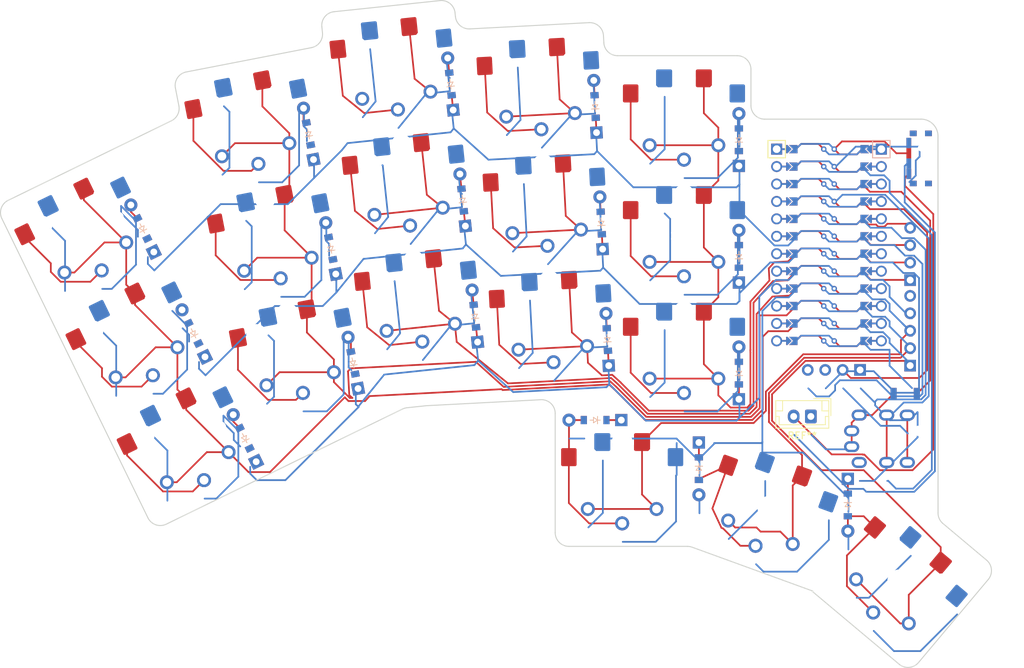
<source format=kicad_pcb>
(kicad_pcb (version 20221018) (generator pcbnew)
  (title_block (title "mikeyboard") (rev "v1.0.0") (company "Unknown"))
  (layers (0 "F.Cu" signal) (31 "B.Cu" signal) (34 "B.Paste" user) (35 "F.Paste" user) (36 "B.SilkS" user "B.Silkscreen") (37 "F.SilkS" user "F.Silkscreen") (38 "B.Mask" user) (39 "F.Mask" user) (44 "Edge.Cuts" user))
  (net 0 "")
  (net 1 "P8")
  (net 2 "pinkie_bottom")
  (net 3 "pinkie_home")
  (net 4 "pinkie_top")
  (net 5 "P7")
  (net 6 "ring_bottom")
  (net 7 "ring_home")
  (net 8 "ring_top")
  (net 9 "P6")
  (net 10 "middle_bottom")
  (net 11 "middle_home")
  (net 12 "middle_top")
  (net 13 "P5")
  (net 14 "index_bottom")
  (net 15 "index_home")
  (net 16 "index_top")
  (net 17 "P4")
  (net 18 "inner_bottom")
  (net 19 "inner_home")
  (net 20 "inner_top")
  (net 21 "near_thumb")
  (net 22 "home_thumb")
  (net 23 "far_thumb")
  (net 24 "P19")
  (net 25 "P20")
  (net 26 "P21")
  (net 27 "P18")
  (net 28 "RAW")
  (net 29 "GND")
  (net 30 "RST")
  (net 31 "VCC")
  (net 32 "P15")
  (net 33 "P14")
  (net 34 "P16")
  (net 35 "P10")
  (net 36 "Tx")
  (net 37 "P0")
  (net 38 "SDA")
  (net 39 "SCL")
  (net 40 "P9")
  (net 41 "pos")
  (footprint "PG1350" (layer "F.Cu") (at 214.754943 143.04116)
    (fp_text reference "S13" hide)
    (fp_text value "" hide)
  )
  (footprint "PG1350" (layer "F.Cu") (at 194.564924 121.59604 -177)
    (fp_text reference "S29" hide)
    (fp_text value "" hide)
  )
  (footprint "PG1350" (layer "F.Cu") (at 127.384159 125.780819 -154)
    (fp_text reference "S21" hide)
    (fp_text value "" hide)
  )
  (footprint "PG1350" (layer "F.Cu") (at 214.754943 143.04116 180)
    (fp_text reference "S31" hide)
    (fp_text value "" hide)
  )
  (footprint "ComboDiode" (layer "F.Cu") (at 216.928782 159.968068 -90)
    (fp_text reference "D17" hide)
    (fp_text value "" hide)
  )
  (footprint "PG1350" (layer "F.Cu") (at 151.660889 109.762726 -169)
    (fp_text reference "S24" hide)
    (fp_text value "" hide)
  )
  (footprint "ComboDiode" (layer "F.Cu") (at 238.618777 165.248068 -90)
    (fp_text reference "D18" hide)
    (fp_text value "" hide)
  )
  (footprint "TRRS-PJ-320A-dual" (layer "F.Cu") (at 250.471279 156.762314 -90)
    (fp_text reference "TRRS1")
    (fp_text value "TRRS-PJ-320A-dual")
  )
  (footprint "PG1350" (layer "F.Cu") (at 214.754945 109.041158)
    (fp_text reference "S15" hide)
    (fp_text value "" hide)
  )
  (footprint "PG1350" (layer "F.Cu") (at 142.288777 156.339817 26)
    (fp_text reference "S1" hide)
    (fp_text value "" hide)
  )
  (footprint "PG1350" (layer "F.Cu") (at 193.67521 104.619338 -177)
    (fp_text reference "S30" hide)
    (fp_text value "" hide)
  )
  (footprint "ComboDiode" (layer "F.Cu") (at 135.889626 124.970229 116)
    (fp_text reference "D3" hide)
    (fp_text value "" hide)
  )
  (footprint "PG1350" (layer "F.Cu") (at 134.836468 141.060316 26)
    (fp_text reference "S2" hide)
    (fp_text value "" hide)
  )
  (footprint "PG1350" (layer "F.Cu") (at 154.904642 126.450389 -169)
    (fp_text reference "S23" hide)
    (fp_text value "" hide)
  )
  (footprint "PG1350" (layer "F.Cu") (at 154.904642 126.450389 11)
    (fp_text reference "S5" hide)
    (fp_text value "" hide)
  )
  (footprint "PG1350" (layer "F.Cu") (at 176.036074 135.586174 -174)
    (fp_text reference "S25" hide)
    (fp_text value "" hide)
  )
  (footprint "PG1350" (layer "F.Cu") (at 205.754947 162.041157)
    (fp_text reference "S16" hide)
    (fp_text value "" hide)
  )
  (footprint "PG1350" (layer "F.Cu") (at 214.754945 126.041159)
    (fp_text reference "S14" hide)
    (fp_text value "" hide)
  )
  (footprint "ComboDiode" (layer "F.Cu") (at 222.754946 112.04116 90)
    (fp_text reference "D15" hide)
    (fp_text value "" hide)
  )
  (footprint "Button_Switch_SMD:SW_SPST_B3U-1000P" (layer "F.Cu") (at 246.96878 149.049816)
    (fp_text reference "")
    (fp_text value "")
  )
  (footprint "PG1350" (layer "F.Cu") (at 172.482107 101.772427 -174)
    (fp_text reference "S27" hide)
    (fp_text value "" hide)
  )
  (footprint "PG1350" (layer "F.Cu") (at 195.454631 138.572742 3)
    (fp_text reference "S10" hide)
    (fp_text value "" hide)
  )
  (footprint "lib:OLED_headers" (layer "F.Cu") (at 246.088779 122.689814)
    (fp_text reference "OLED2" hide)
    (fp_text value "OLED")
  )
  (footprint "ComboDiode" (layer "F.Cu") (at 143.341937 140.249732 116)
    (fp_text reference "D2" hide)
    (fp_text value "" hide)
  )
  (footprint "PG1350" (layer "F.Cu") (at 174.259091 118.679299 6)
    (fp_text reference "S8" hide)
    (fp_text value "" hide)
  )
  (footprint "ComboDiode" (layer "F.Cu") (at 222.754946 129.04116 90)
    (fp_text reference "D14" hide)
    (fp_text value "" hide)
  )
  (footprint "PG1350" (layer "F.Cu") (at 214.754945 126.041159 180)
    (fp_text reference "S32" hide)
    (fp_text value "" hide)
  )
  (footprint "PG1350" (layer "F.Cu") (at 158.148394 143.138052 -169)
    (fp_text reference "S22" hide)
    (fp_text value "" hide)
  )
  (footprint "PG1350" (layer "F.Cu") (at 172.482107 101.772427 6)
    (fp_text reference "S9" hide)
    (fp_text value "" hide)
  )
  (footprint "PG1350" (layer "F.Cu") (at 127.384159 125.780819 26)
    (fp_text reference "S3" hide)
    (fp_text value "" hide)
  )
  (footprint "ComboDiode" (layer "F.Cu") (at 182.528851 120.826637 96)
    (fp_text reference "D8" hide)
    (fp_text value "" hide)
  )
  (footprint "ComboDiode" (layer "F.Cu") (at 180.751867 103.919766 96)
    (fp_text reference "D9" hide)
    (fp_text value "" hide)
  )
  (footprint "PG1350" (layer "F.Cu") (at 193.67521 104.619338 3)
    (fp_text reference "S12" hide)
    (fp_text value "" hide)
  )
  (footprint "ComboDiode" (layer "F.Cu") (at 222.754944 146.041161 90)
    (fp_text reference "D13" hide)
    (fp_text value "" hide)
  )
  (footprint "ComboDiode" (layer "F.Cu") (at 184.305834 137.733509 96)
    (fp_text reference "D7" hide)
    (fp_text value "" hide)
  )
  (footprint "Button_Switch_SMD:SW_SPDT_PCM12" (layer "F.Cu") (at 248.918778 114.759816 90)
    (fp_text reference "")
    (fp_text value "")
  )
  (footprint "lib:OLED_headers" (layer "F.Cu") (at 230.598778 147.179816 90)
    (fp_text reference "OLED1" hide)
    (fp_text value "OLED")
  )
  (footprint "PinHeader_1x05_P2.54mm_Vertical" (layer "F.Cu") (at 246.088778 132.609817)
    (fp_text reference "H1" hide)
    (fp_text value "Hdr")
  )
  (footprint "ComboDiode" (layer "F.Cu") (at 201.821253 107.196538 93)
    (fp_text reference "D12" hide)
    (fp_text value "" hide)
  )
  (footprint "PG1350" (layer "F.Cu") (at 174.259091 118.679299 -174)
    (fp_text reference "S26" hide)
    (fp_text value "" hide)
  )
  (footprint "PG1350" (layer "F.Cu") (at 176.036074 135.586174 6)
    (fp_text reference "S7" hide)
    (fp_text value "" hide)
  )
  (footprint "ComboDiode" (layer "F.Cu") (at 202.710965 124.173241 93)
    (fp_text reference "D11" hide)
    (fp_text value "" hide)
  )
  (footprint "PG1350" (layer "F.Cu") (at 214.754945 109.041158 180)
    (fp_text reference "S33" hide)
    (fp_text value "" hide)
  )
  (footprint "Connector_JST:JST_EH_B2B-EH-A_1x02_P2.50mm_Vertical" (layer "F.Cu") (at 233.228778 152.359815 180)
    (fp_text reference "REF**")
    (fp_text value "JST_EH_B2B-EH-A_1x02_P2.50mm_Vertical")
  )
  (footprint "PG1350" (layer "F.Cu") (at 194.564924 121.59604 3)
    (fp_text reference "S11" hide)
    (fp_text value "" hide)
  )
  (footprint "ComboDiode" (layer "F.Cu") (at 160.086332 111.181136 101)
    (fp_text reference "D6" hide)
    (fp_text value "" hide)
  )
  (footprint "PG1350" (layer "F.Cu") (at 227.19036 165.662106 -20)
    (fp_text reference "S17" hide)
    (fp_text value "" hide)
  )
  (footprint "ProMicro" (layer "F.Cu") (at 235.870777 127.379816 -90)
    (fp_text reference "MCU1" hide)
    (fp_text value "")
  )
  (footprint "ComboDiode" (layer "F.Cu") (at 163.330088 127.868797 101)
    (fp_text reference "D5" hide)
    (fp_text value "" hide)
  )
  (footprint "ComboDiode" (layer "F.Cu") (at 201.820528 152.889815 180)
    (fp_text reference "D16" hide)
    (fp_text value "" hide)
  )
  (footprint "PG1350" (layer "F.Cu") (at 246.094623 176.396027 140)
    (fp_text reference "S36" hide)
    (fp_text value "" hide)
  )
  (footprint "ComboDiode" (layer "F.Cu") (at 203.600678 141.149943 93)
    (fp_text reference "D10" hide)
    (fp_text value "" hide)
  )
  (footprint "PG1350" (layer "F.Cu") (at 227.19036 165.662106 160)
    (fp_text reference "S35" hide)
    (fp_text value "" hide)
  )
  (footprint "PG1350" (layer "F.Cu") (at 158.148394 143.138052 11)
    (fp_text reference "S4" hide)
    (fp_text value "" hide)
  )
  (footprint "PG1350" (layer "F.Cu") (at 134.836468 141.060316 -154)
    (fp_text reference "S20" hide)
    (fp_text value "" hide)
  )
  (footprint "PG1350" (layer "F.Cu") (at 205.754947 162.041157 180)
    (fp_text reference "S34" hide)
    (fp_text value "" hide)
  )
  (footprint "PG1350" (layer "F.Cu") (at 195.454631 138.572742 -177)
    (fp_text reference "S28" hide)
    (fp_text value "" hide)
  )
  (footprint "PG1350" (layer "F.Cu") (at 151.660889 109.762726 11)
    (fp_text reference "S6" hide)
    (fp_text value "" hide)
  )
  (footprint "ComboDiode" (layer "F.Cu") (at 150.794243 155.529229 116)
    (fp_text reference "D1" hide)
    (fp_text value "" hide)
  )
  (footprint "ComboDiode" (layer "F.Cu") (at 166.573839 144.556458 101)
    (fp_text reference "D4" hide)
    (fp_text value "" hide)
  )
  (footprint "PG1350" (layer "F.Cu") (at 246.094623 176.396027 -40)
    (fp_text reference "S18" hide)
    (fp_text value "" hide)
  )
  (footprint "PG1350" (layer "F.Cu") (at 142.288777 156.339817 -154)
    (fp_text reference "S19" hide)
    (fp_text value "" hide)
  )
  (gr_arc (start 173.763049 151.280361) (mid 174.088515 151.155418) (end 174.430733 151.088903) (stroke (width 0.15)) (layer "Edge.Cuts"))
  (gr_arc (start 249.254944 109.03403) (mid 251.047139 109.797298) (end 251.738779 111.618359) (stroke (width 0.15)) (layer "Edge.Cuts"))
  (gr_arc (start 177.204377 150.797381) (mid 177.256516 150.792592) (end 177.308762 150.789167) (stroke (width 0.15)) (layer "Edge.Cuts"))
  (gr_arc (start 222.504945 99.791158) (mid 223.919192 100.376925) (end 224.504946 101.791158) (stroke (width 0.15)) (layer "Edge.Cuts"))
  (gr_line (start 196.004943 169.291156) (end 196.004947 151.916899) (stroke (width 0.15)) (layer "Edge.Cuts"))
  (gr_arc (start 258.812876 173.295863) (mid 259.51971 174.653639) (end 259.059391 176.113524) (stroke (width 0.15)) (layer "Edge.Cuts"))
  (gr_line (start 142.288294 102.161444) (end 160.511245 98.619261) (stroke (width 0.15)) (layer "Edge.Cuts"))
  (gr_arc (start 162.11867 96.446949) (mid 161.73735 97.845665) (end 160.511245 98.619261) (stroke (width 0.15)) (layer "Edge.Cuts"))
  (gr_line (start 251.748777 166.429819) (end 251.738779 111.618359) (stroke (width 0.15)) (layer "Edge.Cuts"))
  (gr_arc (start 140.706657 104.506319) (mid 141.011825 103.006295) (end 142.288294 102.161444) (stroke (width 0.15)) (layer "Edge.Cuts"))
  (gr_line (start 181.420866 93.542992) (end 181.479184 94.097877) (stroke (width 0.15)) (layer "Edge.Cuts"))
  (gr_line (start 252.463205 167.961907) (end 258.812876 173.295863) (stroke (width 0.15)) (layer "Edge.Cuts"))
  (gr_arc (start 198.004946 171.291158) (mid 196.590703 170.705388) (end 196.004943 169.291156) (stroke (width 0.15)) (layer "Edge.Cuts"))
  (gr_line (start 205.083489 99.791159) (end 222.504945 99.791158) (stroke (width 0.15)) (layer "Edge.Cuts"))
  (gr_arc (start 215.258208 171.291156) (mid 215.605504 171.321539) (end 215.942247 171.41177) (stroke (width 0.15)) (layer "Edge.Cuts"))
  (gr_arc (start 200.930481 94.976409) (mid 202.37344 95.487369) (end 203.032415 96.868997) (stroke (width 0.15)) (layer "Edge.Cuts"))
  (gr_line (start 139.378059 168.051037) (end 173.763049 151.280361) (stroke (width 0.15)) (layer "Edge.Cuts"))
  (gr_line (start 115.442725 123.538682) (end 136.703727 167.130192) (stroke (width 0.15)) (layer "Edge.Cuts"))
  (gr_line (start 249.254945 109.041155) (end 226.504944 109.04116) (stroke (width 0.15)) (layer "Edge.Cuts"))
  (gr_arc (start 162.027688 95.581297) (mid 162.462453 94.113624) (end 163.807674 93.383196) (stroke (width 0.15)) (layer "Edge.Cuts"))
  (gr_arc (start 139.378059 168.051035) (mid 137.8502 168.144464) (end 136.703726 167.130193) (stroke (width 0.15)) (layer "Edge.Cuts"))
  (gr_line (start 203.032415 96.868997) (end 203.086225 97.89583) (stroke (width 0.15)) (layer "Edge.Cuts"))
  (gr_line (start 162.11867 96.446949) (end 162.027688 95.581297) (stroke (width 0.15)) (layer "Edge.Cuts"))
  (gr_line (start 233.445948 177.857544) (end 246.085682 188.463542) (stroke (width 0.15)) (layer "Edge.Cuts"))
  (gr_arc (start 248.903349 188.217028) (mid 247.545558 188.92389) (end 246.085682 188.463542) (stroke (width 0.15)) (layer "Edge.Cuts"))
  (gr_line (start 116.363573 120.864349) (end 140.123641 109.27579) (stroke (width 0.15)) (layer "Edge.Cuts"))
  (gr_arc (start 226.504944 109.04116) (mid 225.090705 108.455381) (end 224.504944 107.041159) (stroke (width 0.15)) (layer "Edge.Cuts"))
  (gr_arc (start 183.572899 95.886081) (mid 182.169346 95.409623) (end 181.479184 94.097877) (stroke (width 0.15)) (layer "Edge.Cuts"))
  (gr_line (start 193.900271 149.919644) (end 177.308762 150.789167) (stroke (width 0.15)) (layer "Edge.Cuts"))
  (gr_arc (start 193.900273 149.91964) (mid 195.381637 150.46616) (end 196.004947 151.916899) (stroke (width 0.15)) (layer "Edge.Cuts"))
  (gr_arc (start 179.22276 91.763005) (mid 180.690449 92.197761) (end 181.420866 93.542992) (stroke (width 0.15)) (layer "Edge.Cuts"))
  (gr_line (start 177.204377 150.797381) (end 174.430733 151.088903) (stroke (width 0.15)) (layer "Edge.Cuts"))
  (gr_line (start 163.807674 93.383196) (end 179.22276 91.763005) (stroke (width 0.15)) (layer "Edge.Cuts"))
  (gr_line (start 224.504944 107.041159) (end 224.504946 101.791158) (stroke (width 0.15)) (layer "Edge.Cuts"))
  (gr_line (start 183.572899 95.886083) (end 200.930481 94.976409) (stroke (width 0.15)) (layer "Edge.Cuts"))
  (gr_line (start 215.942247 171.41177) (end 233.494125 177.800135) (stroke (width 0.15)) (layer "Edge.Cuts"))
  (gr_line (start 198.004946 171.291158) (end 215.258208 171.291156) (stroke (width 0.15)) (layer "Edge.Cuts"))
  (gr_line (start 248.903349 188.217028) (end 259.059391 176.113524) (stroke (width 0.15)) (layer "Edge.Cuts"))
  (gr_arc (start 141.210155 107.096586) (mid 141.036759 108.370587) (end 140.123641 109.27579) (stroke (width 0.15)) (layer "Edge.Cuts"))
  (gr_line (start 141.210155 107.096586) (end 140.706659 104.506317) (stroke (width 0.15)) (layer "Edge.Cuts"))
  (gr_arc (start 115.442725 123.538682) (mid 115.349299 122.010819) (end 116.363573 120.864349) (stroke (width 0.15)) (layer "Edge.Cuts"))
  (gr_arc (start 205.083489 99.791159) (mid 203.706805 99.241889) (end 203.086225 97.89583) (stroke (width 0.15)) (layer "Edge.Cuts"))
  (gr_arc (start 252.463205 167.961907) (mid 251.936179 167.275052) (end 251.748777 166.429819) (stroke (width 0.15)) (layer "Edge.Cuts"))
  (gr_line (start 233.445948 177.857544) (end 233.494125 177.800135) (stroke (width 0.15)) (layer "Edge.Cuts"))
  (segment (start 134.828821 136.116448) (end 140.996249 142.283878) (width 0.25) (layer "F.Cu") (net 1))
  (segment (start 133.445148 146.667592) (end 137.828859 142.283878) (width 0.25) (layer "F.Cu") (net 1))
  (segment (start 204.586119 148.376346) (end 209.024121 152.814348) (width 0.25) (layer "F.Cu") (net 1))
  (segment (start 124.556 131.38809) (end 125.99284 131.38809) (width 0.25) (layer "F.Cu") (net 1))
  (segment (start 224.714531 152.865158) (end 226.22878 151.350907) (width 0.25) (layer "F.Cu") (net 1))
  (segment (start 168.324873 150.113757) (end 168.972984 149.393959) (width 0.25) (layer "F.Cu") (net 1))
  (segment (start 227.033778 139.934816) (end 229.919776 139.934815) (width 0.25) (layer "F.Cu") (net 1))
  (segment (start 140.897458 161.947087) (end 145.28117 157.563377) (width 0.25) (layer "F.Cu") (net 1))
  (segment (start 139.460619 161.947088) (end 140.897458 161.947087) (width 0.25) (layer "F.Cu") (net 1))
  (segment (start 134.828821 134.444068) (end 134.828821 136.116448) (width 0.25) (layer "F.Cu") (net 1))
  (segment (start 239.821809 176.09306) (end 246.249686 182.520935) (width 0.25) (layer "F.Cu") (net 1))
  (segment (start 240.920114 160.187317) (end 234.77628 160.187316) (width 0.25) (layer "F.Cu") (net 1))
  (segment (start 227.57878 149.118115) (end 232.437077 144.259816) (width 0.25) (layer "F.Cu") (net 1))
  (segment (start 229.919776 139.934815) (end 231.044778 138.809816) (width 0.25) (layer "F.Cu") (net 1))
  (segment (start 226.22878 151.350907) (end 226.228779 140.739815) (width 0.25) (layer "F.Cu") (net 1))
  (segment (start 140.996251 148.438684) (end 140.996249 142.283878) (width 0.25) (layer "F.Cu") (net 1))
  (segment (start 246.249686 182.520935) (end 247.482255 182.520931) (width 0.25) (layer "F.Cu") (net 1))
  (segment (start 137.828859 142.283878) (end 140.996249 142.283878) (width 0.25) (layer "F.Cu") (net 1))
  (segment (start 209.0244 152.819659) (end 209.074931 152.865159) (width 0.25) (layer "F.Cu") (net 1))
  (segment (start 246.998779 144.259817) (end 247.688779 144.949815) (width 0.25) (layer "F.Cu") (net 1))
  (segment (start 127.376512 120.836952) (end 133.54394 127.004378) (width 0.25) (layer "F.Cu") (net 1))
  (segment (start 188.207208 148.385939) (end 188.343835 148.508955) (width 0.25) (layer "F.Cu") (net 1))
  (segment (start 226.228779 140.739815) (end 227.033778 139.934816) (width 0.25) (layer "F.Cu") (net 1))
  (segment (start 151.352554 160.467373) (end 154.470637 160.467376) (width 0.25) (layer "F.Cu") (net 1))
  (segment (start 234.77628 160.187316) (end 227.578778 152.989817) (width 0.25) (layer "F.Cu") (net 1))
  (segment (start 168.972984 149.393959) (end 188.207208 148.385939) (width 0.25) (layer "F.Cu") (net 1))
  (segment (start 132.008309 146.66759) (end 133.445148 146.667592) (width 0.25) (layer "F.Cu") (net 1))
  (segment (start 145.28117 157.563377) (end 148.448558 157.56338) (width 0.25) (layer "F.Cu") (net 1))
  (segment (start 127.376512 119.164567) (end 127.376512 120.836952) (width 0.25) (layer "F.Cu") (net 1))
  (segment (start 165.907935 150.113757) (end 168.324873 150.113757) (width 0.25) (layer "F.Cu") (net 1))
  (segment (start 133.54394 133.159186) (end 133.54394 127.004378) (width 0.25) (layer "F.Cu") (net 1))
  (segment (start 134.828821 134.444068) (end 133.54394 133.159186) (width 0.25) (layer "F.Cu") (net 1))
  (segment (start 142.281128 151.395952) (end 148.448558 157.56338) (width 0.25) (layer "F.Cu") (net 1))
  (segment (start 252.135762 171.402962) (end 240.920114 160.187317) (width 0.25) (layer "F.Cu") (net 1))
  (segment (start 232.437077 144.259816) (end 246.998779 144.259817) (width 0.25) (layer "F.Cu") (net 1))
  (segment (start 227.578778 152.989817) (end 227.57878 149.118115) (width 0.25) (layer "F.Cu") (net 1))
  (segment (start 165.366096 149.571917) (end 165.907935 150.113757) (width 0.25) (layer "F.Cu") (net 1))
  (segment (start 148.448558 157.56338) (end 151.352554 160.467373) (width 0.25) (layer "F.Cu") (net 1))
  (segment (start 247.482252 178.351476) (end 252.135762 173.697971) (width 0.25) (layer "F.Cu") (net 1))
  (segment (start 247.482255 182.520931) (end 247.482252 178.351476) (width 0.25) (layer "F.Cu") (net 1))
  (segment (start 209.024121 152.814348) (end 209.0244 152.819659) (width 0.25) (layer "F.Cu") (net 1))
  (segment (start 209.074931 152.865159) (end 224.714531 152.865158) (width 0.25) (layer "F.Cu") (net 1))
  (segment (start 154.470637 160.467376) (end 165.366096 149.571917) (width 0.25) (layer "F.Cu") (net 1))
  (segment (start 142.281132 149.723567) (end 140.996251 148.438684) (width 0.25) (layer "F.Cu") (net 1))
  (segment (start 203.831919 147.697259) (end 204.586119 148.376346) (width 0.25) (layer "F.Cu") (net 1))
  (segment (start 252.135762 173.697971) (end 252.135762 171.402962) (width 0.25) (layer "F.Cu") (net 1))
  (segment (start 125.99284 131.38809) (end 130.37655 127.004379) (width 0.25) (layer "F.Cu") (net 1))
  (segment (start 130.37655 127.004379) (end 133.54394 127.004378) (width 0.25) (layer "F.Cu") (net 1))
  (segment (start 188.343835 148.508955) (end 203.831919 147.697259) (width 0.25) (layer "F.Cu") (net 1))
  (segment (start 142.281132 149.723567) (end 142.281128 151.395952) (width 0.25) (layer "F.Cu") (net 1))
  (segment (start 241.901547 140.081478) (end 243.746536 140.081478) (width 0.25) (layer "B.Cu") (net 1))
  (segment (start 137.159577 154.947081) (end 139.540387 157.32789) (width 0.25) (layer "B.Cu") (net 1))
  (segment (start 129.707268 139.146255) (end 129.707267 139.667581) (width 0.25) (layer "B.Cu") (net 1))
  (segment (start 124.635768 126.768894) (end 124.635768 134.074755) (width 0.25) (layer "B.Cu") (net 1))
  (segment (start 240.776547 138.956478) (end 241.901547 140.081478) (width 0.25) (layer "B.Cu") (net 1))
  (segment (start 139.540387 157.32789) (end 139.540386 164.633752) (width 0.25) (layer "B.Cu") (net 1))
  (segment (start 244.695546 141.645546) (end 247.958547 144.908547) (width 0.25) (layer "B.Cu") (net 1))
  (segment (start 137.159578 154.425753) (end 137.159577 154.947081) (width 0.25) (layer "B.Cu") (net 1))
  (segment (start 243.746536 140.081478) (end 244.695546 141.030488) (width 0.25) (layer "B.Cu") (net 1))
  (segment (start 122.254959 124.388083) (end 124.635768 126.768894) (width 0.25) (layer "B.Cu") (net 1))
  (segment (start 247.78243 172.664821) (end 241.667528 178.779722) (width 0.25) (layer "B.Cu") (net 1))
  (segment (start 132.088077 142.04839) (end 132.088077 149.354253) (width 0.25) (layer "B.Cu") (net 1))
  (segment (start 129.707267 139.667581) (end 132.088077 142.04839) (width 0.25) (layer "B.Cu") (net 1))
  (segment (start 244.695546 141.030488) (end 244.695546 141.645546) (width 0.25) (layer "B.Cu") (net 1))
  (segment (start 247.958547 144.908547) (end 247.958547 145.686479) (width 0.25) (layer "B.Cu") (net 1))
  (segment (start 241.667528 178.779722) (end 239.901578 178.779722) (width 0.25) (layer "B.Cu") (net 1))
  (segment (start 149.124048 152.104823) (end 149.12405 153.099334) (width 0.25) (layer "F.Cu") (net 2))
  (segment (start 138.905157 163.288089) (end 143.229779 163.288092) (width 0.25) (layer "F.Cu") (net 2))
  (segment (start 133.667997 158.050928) (end 138.905157 163.288089) (width 0.25) (layer "F.Cu") (net 2))
  (segment (start 143.229779 163.288092) (end 144.875169 161.6427) (width 0.25) (layer "F.Cu") (net 2))
  (segment (start 149.12405 153.099334) (end 150.07093 154.046218) (width 0.25) (layer "F.Cu") (net 2))
  (segment (start 133.667997 156.372196) (end 133.667997 158.050928) (width 0.25) (layer "F.Cu") (net 2))
  (segment (start 147.701543 153.289213) (end 149.203818 154.791486) (width 0.25) (layer "B.Cu") (net 2))
  (segment (start 149.203818 154.791486) (end 149.203818 155.786) (width 0.25) (layer "B.Cu") (net 2))
  (segment (start 147.701543 152.253146) (end 149.869326 154.420929) (width 0.25) (layer "B.Cu") (net 2))
  (segment (start 146.665662 164.329365) (end 144.954937 164.329364) (width 0.25) (layer "B.Cu") (net 2))
  (segment (start 147.701543 152.253146) (end 147.701543 153.289213) (width 0.25) (layer "B.Cu") (net 2))
  (segment (start 149.869328 161.125698) (end 146.665662 164.329365) (width 0.25) (layer "B.Cu") (net 2))
  (segment (start 149.203818 155.786) (end 150.150701 156.732882) (width 0.25) (layer "B.Cu") (net 2))
  (segment (start 149.869326 154.420929) (end 149.869328 161.125698) (width 0.25) (layer "B.Cu") (net 2))
  (segment (start 131.452848 148.008589) (end 135.777469 148.00859) (width 0.25) (layer "F.Cu") (net 3))
  (segment (start 130.014651 145.326589) (end 130.014648 146.57039) (width 0.25) (layer "F.Cu") (net 3))
  (segment (start 126.215688 141.092696) (end 126.215688 141.527628) (width 0.25) (layer "F.Cu") (net 3))
  (segment (start 130.014648 146.57039) (end 131.452848 148.008589) (width 0.25) (layer "F.Cu") (net 3))
  (segment (start 135.777469 148.00859) (end 137.422859 146.363202) (width 0.25) (layer "F.Cu") (net 3))
  (segment (start 126.215688 141.527628) (end 130.014651 145.326589) (width 0.25) (layer "F.Cu") (net 3))
  (segment (start 138.893155 149.049865) (end 137.502627 149.049865) (width 0.25) (layer "B.Cu") (net 3))
  (segment (start 140.249233 136.973647) (end 142.417018 139.141431) (width 0.25) (layer "B.Cu") (net 3))
  (segment (start 142.417018 139.141431) (end 142.417018 145.526003) (width 0.25) (layer "B.Cu") (net 3))
  (segment (start 142.417018 145.526003) (end 138.893155 149.049865) (width 0.25) (layer "B.Cu") (net 3))
  (segment (start 142.69839 140.458872) (end 141.751509 139.511989) (width 0.25) (layer "B.Cu") (net 3))
  (segment (start 142.69839 141.453382) (end 142.69839 140.458872) (width 0.25) (layer "B.Cu") (net 3))
  (segment (start 118.763379 126.248129) (end 122.562341 130.047091) (width 0.25) (layer "F.Cu") (net 4))
  (segment (start 135.166315 123.48722) (end 135.306182 123.487221) (width 0.25) (layer "F.Cu") (net 4))
  (segment (start 134.21943 122.540339) (end 135.166315 123.48722) (width 0.25) (layer "F.Cu") (net 4))
  (segment (start 124.000537 132.729091) (end 128.325162 132.729092) (width 0.25) (layer "F.Cu") (net 4))
  (segment (start 135.306182 123.487221) (end 135.438779 123.619818) (width 0.25) (layer "F.Cu") (net 4))
  (segment (start 122.562337 131.290896) (end 124.000537 132.729091) (width 0.25) (layer "F.Cu") (net 4))
  (segment (start 134.219432 121.545826) (end 134.21943 122.540339) (width 0.25) (layer "F.Cu") (net 4))
  (segment (start 122.562341 130.047091) (end 122.562337 131.290896) (width 0.25) (layer "F.Cu") (net 4))
  (segment (start 128.325162 132.729092) (end 129.970548 131.083706) (width 0.25) (layer "F.Cu") (net 4))
  (segment (start 118.763378 125.813198) (end 118.763379 126.248129) (width 0.25) (layer "F.Cu") (net 4))
  (segment (start 135.246082 125.179372) (end 134.299201 124.232489) (width 0.25) (layer "B.Cu") (net 4))
  (segment (start 131.440847 133.770367) (end 130.050318 133.770366) (width 0.25) (layer "B.Cu") (net 4))
  (segment (start 132.796925 121.694146) (end 134.964708 123.861931) (width 0.25) (layer "B.Cu") (net 4))
  (segment (start 134.964708 123.861931) (end 134.964708 130.246504) (width 0.25) (layer "B.Cu") (net 4))
  (segment (start 132.796926 122.730213) (end 134.299201 124.232489) (width 0.25) (layer "B.Cu") (net 4))
  (segment (start 132.796925 121.694146) (end 132.796926 122.730213) (width 0.25) (layer "B.Cu") (net 4))
  (segment (start 135.246082 126.173884) (end 135.246082 125.179372) (width 0.25) (layer "B.Cu") (net 4))
  (segment (start 134.964708 130.246504) (end 131.440847 133.770367) (width 0.25) (layer "B.Cu") (net 4))
  (segment (start 166.020214 149.256041) (end 165.83807 145.780521) (width 0.25) (layer "F.Cu") (net 5))
  (segment (start 153.965332 147.82228) (end 155.873423 145.914188) (width 0.25) (layer "F.Cu") (net 5))
  (segment (start 149.385918 112.538863) (end 157.2941 112.538865) (width 0.25) (layer "F.Cu") (net 5))
  (segment (start 232.250684 143.809816) (end 246.288779 143.809817) (width 0.25) (layer "F.Cu") (net 5))
  (segment (start 152.629671 129.226526) (end 160.537851 129.226527) (width 0.25) (layer "F.Cu") (net 5))
  (segment (start 165.83807 145.780521) (end 166.220426 145.35587) (width 0.25) (layer "F.Cu") (net 5))
  (segment (start 231.944381 157.991814) (end 227.12878 153.176212) (width 0.25) (layer "F.Cu") (net 5))
  (segment (start 227.128777 148.93172) (end 232.250684 143.809816) (width 0.25) (layer "F.Cu") (net 5))
  (segment (start 222.208217 168.538837) (end 225.310518 168.538836) (width 0.25) (layer "F.Cu") (net 5))
  (segment (start 153.365915 107.173841) (end 157.294101 111.102025) (width 0.25) (layer "F.Cu") (net 5))
  (segment (start 159.85342 140.128362) (end 163.781605 144.056545) (width 0.25) (layer "F.Cu") (net 5))
  (segment (start 188.506424 148.049817) (end 203.994508 147.238121) (width 0.25) (layer "F.Cu") (net 5))
  (segment (start 160.53785 129.168893) (end 160.537851 129.226527) (width 0.25) (layer "F.Cu") (net 5))
  (segment (start 224.528134 152.415156) (end 225.778777 151.164514) (width 0.25) (layer "F.Cu") (net 5))
  (segment (start 159.85342 136.745263) (end 160.537851 136.06083) (width 0.25) (layer "F.Cu") (net 5))
  (segment (start 166.094333 149.663758) (end 166.47303 149.66376) (width 0.25) (layer "F.Cu") (net 5))
  (segment (start 204.89599 148.049817) (end 209.261327 152.415158) (width 0.25) (layer "F.Cu") (net 5))
  (segment (start 160.537851 136.06083) (end 160.537851 129.226527) (width 0.25) (layer "F.Cu") (net 5))
  (segment (start 209.261327 152.415158) (end 224.528134 152.415156) (width 0.25) (layer "F.Cu") (net 5))
  (segment (start 157.294096 119.373169) (end 157.2941 112.538865) (width 0.25) (layer "F.Cu") (net 5))
  (segment (start 163.781605 145.914189) (end 163.781605 147.351029) (width 0.25) (layer "F.Cu") (net 5))
  (segment (start 225.77878 137.629816) (end 229.684778 137.629819) (width 0.25) (layer "F.Cu") (net 5))
  (segment (start 156.609667 120.0576) (end 156.609668 125.240704) (width 0.25) (layer "F.Cu") (net 5))
  (segment (start 163.781605 147.351029) (end 166.094333 149.663758) (width 0.25) (layer "F.Cu") (net 5))
  (segment (start 231.944379 161.060569) (end 231.944381 157.991814) (width 0.25) (layer "F.Cu") (net 5))
  (segment (start 184.453255 144.40033) (end 188.506424 148.049817) (width 0.25) (layer "F.Cu") (net 5))
  (segment (start 159.85342 136.745263) (end 159.85342 140.128362) (width 0.25) (layer "F.Cu") (net 5))
  (segment (start 147.477826 114.446954) (end 149.385918 112.538863) (width 0.25) (layer "F.Cu") (net 5))
  (segment (start 230.589147 170.943039) (end 230.589147 162.415803) (width 0.25) (layer "F.Cu") (net 5))
  (segment (start 166.220426 145.35587) (end 184.453255 144.40033) (width 0.25) (layer "F.Cu") (net 5))
  (segment (start 229.684778 137.629819) (end 231.044777 136.269814) (width 0.25) (layer "F.Cu") (net 5))
  (segment (start 166.47303 149.66376) (end 166.020214 149.256041) (width 0.25) (layer "F.Cu") (net 5))
  (segment (start 227.128776 151.919816) (end 227.128777 148.93172) (width 0.25) (layer "F.Cu") (net 5))
  (segment (start 225.310518 168.538836) (end 225.909631 169.137952) (width 0.25) (layer "F.Cu") (net 5))
  (segment (start 163.781605 144.056545) (end 163.781605 145.914189) (width 0.25) (layer "F.Cu") (net 5))
  (segment (start 228.78406 169.137954) (end 230.589147 170.943039) (width 0.25) (layer "F.Cu") (net 5))
  (segment (start 221.192218 167.522839) (end 222.208217 168.538837) (width 0.25) (layer "F.Cu") (net 5))
  (segment (start 227.12878 153.176212) (end 227.128778 149.573337) (width 0.25) (layer "F.Cu") (net 5))
  (segment (start 156.609667 120.0576) (end 157.294096 119.373169) (width 0.25) (layer "F.Cu") (net 5))
  (segment (start 155.873423 145.914188) (end 163.781605 145.914189) (width 0.25) (layer "F.Cu") (net 5))
  (segment (start 203.994508 147.238121) (end 204.89599 148.049817) (width 0.25) (layer "F.Cu") (net 5))
  (segment (start 157.294101 111.102025) (end 157.2941 112.538865) (width 0.25) (layer "F.Cu") (net 5))
  (segment (start 246.288779 143.809817) (end 247.68878 142.409817) (width 0.25) (layer "F.Cu") (net 5))
  (segment (start 225.909631 169.137952) (end 228.78406 169.137954) (width 0.25) (layer "F.Cu") (net 5))
  (segment (start 225.778777 151.164514) (end 225.77878 137.629816) (width 0.25) (layer "F.Cu") (net 5))
  (segment (start 153.365912 103.369941) (end 153.365915 107.173841) (width 0.25) (layer "F.Cu") (net 5))
  (segment (start 156.609668 125.240704) (end 160.53785 129.168893) (width 0.25) (layer "F.Cu") (net 5))
  (segment (start 150.721581 131.134617) (end 152.629671 129.226526) (width 0.25) (layer "F.Cu") (net 5))
  (segment (start 230.589147 162.415803) (end 231.944379 161.060569) (width 0.25) (layer "F.Cu") (net 5))
  (segment (start 247.958547 142.498547) (end 247.958547 143.14648) (width 0.25) (layer "B.Cu") (net 5))
  (segment (start 240.776546 136.416479) (end 242.191547 137.831479) (width 0.25) (layer "B.Cu") (net 5))
  (segment (start 151.008759 123.848477) (end 151.817348 124.657066) (width 0.25) (layer "B.Cu") (net 5))
  (segment (start 148.573594 116.117618) (end 147.557595 117.133618) (width 0.25) (layer "B.Cu") (net 5))
  (segment (start 226.586147 161.767964) (end 226.586146 164.89534) (width 0.25) (layer "B.Cu") (net 5))
  (segment (start 226.586146 164.89534) (end 221.271987 170.209501) (width 0.25) (layer "B.Cu") (net 5))
  (segment (start 155.0611 141.344728) (end 155.0611 149.492942) (width 0.25) (layer "B.Cu") (net 5))
  (segment (start 242.191547 137.831479) (end 244.036537 137.831479) (width 0.25) (layer "B.Cu") (net 5))
  (segment (start 244.695546 138.490488) (end 244.695546 139.235546) (width 0.25) (layer "B.Cu") (net 5))
  (segment (start 148.573595 107.969404) (end 148.573594 116.117618) (width 0.25) (layer "B.Cu") (net 5))
  (segment (start 155.0611 149.492942) (end 154.045101 150.508943) (width 0.25) (layer "B.Cu") (net 5))
  (segment (start 151.817348 124.657066) (end 151.817348 132.805279) (width 0.25) (layer "B.Cu") (net 5))
  (segment (start 154.252513 140.536139) (end 155.0611 141.344728) (width 0.25) (layer "B.Cu") (net 5))
  (segment (start 151.817348 132.805279) (end 150.801349 133.821281) (width 0.25) (layer "B.Cu") (net 5))
  (segment (start 244.036537 137.831479) (end 244.695546 138.490488) (width 0.25) (layer "B.Cu") (net 5))
  (segment (start 147.765006 107.160815) (end 148.573595 107.969404) (width 0.25) (layer "B.Cu") (net 5))
  (segment (start 244.695546 139.235546) (end 247.958547 142.498547) (width 0.25) (layer "B.Cu") (net 5))
  (segment (start 149.812981 145.566387) (end 154.192241 149.94565) (width 0.25) (layer "F.Cu") (net 6))
  (segment (start 154.192241 149.94565) (end 158.258169 149.945652) (width 0.25) (layer "F.Cu") (net 6))
  (segment (start 166.259004 141.228608) (end 165.846857 140.816464) (width 0.25) (layer "F.Cu") (net 6))
  (segment (start 158.258169 149.945652) (end 159.274169 148.929651) (width 0.25) (layer "F.Cu") (net 6))
  (segment (start 149.812979 140.938104) (end 149.812981 145.566387) (width 0.25) (layer "F.Cu") (net 6))
  (segment (start 166.259003 142.936777) (end 166.259004 141.228608) (width 0.25) (layer "F.Cu") (net 6))
  (segment (start 165.132509 140.662455) (end 165.202373 140.73232) (width 0.25) (layer "B.Cu") (net 6))
  (segment (start 165.926625 143.503125) (end 165.926626 145.211291) (width 0.25) (layer "B.Cu") (net 6))
  (segment (start 165.202373 149.156315) (end 162.742373 151.616313) (width 0.25) (layer "B.Cu") (net 6))
  (segment (start 162.742373 151.616313) (end 159.353937 151.616315) (width 0.25) (layer "B.Cu") (net 6))
  (segment (start 165.132509 140.662455) (end 165.926625 141.456572) (width 0.25) (layer "B.Cu") (net 6))
  (segment (start 165.926625 141.456572) (end 165.926625 143.503125) (width 0.25) (layer "B.Cu") (net 6))
  (segment (start 165.202373 140.73232) (end 165.202373 149.156315) (width 0.25) (layer "B.Cu") (net 6))
  (segment (start 165.926626 145.211291) (end 166.338773 145.62344) (width 0.25) (layer "B.Cu") (net 6))
  (segment (start 150.16612 132.475618) (end 155.796785 132.475618) (width 0.25) (layer "F.Cu") (net 7))
  (segment (start 155.796785 132.475618) (end 156.030415 132.241988) (width 0.25) (layer "F.Cu") (net 7))
  (segment (start 146.569227 124.250444) (end 146.569226 128.878726) (width 0.25) (layer "F.Cu") (net 7))
  (segment (start 146.569226 128.878726) (end 150.16612 132.475618) (width 0.25) (layer "F.Cu") (net 7))
  (segment (start 163.09502 127.22761) (end 162.682872 126.815461) (width 0.25) (layer "B.Cu") (net 7))
  (segment (start 161.958621 132.486405) (end 159.516374 134.928652) (width 0.25) (layer "B.Cu") (net 7))
  (segment (start 162.682873 124.76891) (end 161.888758 123.974795) (width 0.25) (layer "B.Cu") (net 7))
  (segment (start 161.888758 123.974795) (end 161.958621 124.044657) (width 0.25) (layer "B.Cu") (net 7))
  (segment (start 163.095019 128.935777) (end 163.09502 127.22761) (width 0.25) (layer "B.Cu") (net 7))
  (segment (start 159.516374 134.928652) (end 156.110184 134.928652) (width 0.25) (layer "B.Cu") (net 7))
  (segment (start 162.682872 126.815461) (end 162.682873 124.76891) (width 0.25) (layer "B.Cu") (net 7))
  (segment (start 161.958621 124.044657) (end 161.958621 132.486405) (width 0.25) (layer "B.Cu") (net 7))
  (segment (start 159.359351 109.149302) (end 159.771499 109.561453) (width 0.25) (layer "F.Cu") (net 8))
  (segment (start 151.770662 116.570324) (end 152.786662 115.554328) (width 0.25) (layer "F.Cu") (net 8))
  (segment (start 143.325476 112.191064) (end 147.704739 116.570326) (width 0.25) (layer "F.Cu") (net 8))
  (segment (start 159.359352 107.441135) (end 159.359351 109.149302) (width 0.25) (layer "F.Cu") (net 8))
  (segment (start 143.325476 107.562781) (end 143.325476 112.191064) (width 0.25) (layer "F.Cu") (net 8))
  (segment (start 147.704739 116.570326) (end 151.770662 116.570324) (width 0.25) (layer "F.Cu") (net 8))
  (segment (start 158.645005 107.287133) (end 158.714868 107.356996) (width 0.25) (layer "B.Cu") (net 8))
  (segment (start 156.254866 118.240991) (end 152.86643 118.24099) (width 0.25) (layer "B.Cu") (net 8))
  (segment (start 159.851266 112.248115) (end 159.851266 110.539949) (width 0.25) (layer "B.Cu") (net 8))
  (segment (start 159.851266 110.539949) (end 159.439119 110.127799) (width 0.25) (layer "B.Cu") (net 8))
  (segment (start 158.714868 107.356996) (end 158.714867 115.780989) (width 0.25) (layer "B.Cu") (net 8))
  (segment (start 159.43912 108.081247) (end 159.439119 110.127799) (width 0.25) (layer "B.Cu") (net 8))
  (segment (start 158.714867 115.780989) (end 156.254866 118.240991) (width 0.25) (layer "B.Cu") (net 8))
  (segment (start 158.645005 107.287133) (end 159.43912 108.081247) (width 0.25) (layer "B.Cu") (net 8))
  (segment (start 204.14898 146.759379) (end 205.082382 147.599816) (width 0.25) (layer "F.Cu") (net 9))
  (segment (start 205.082382 147.599816) (end 209.447724 151.96516) (width 0.25) (layer "F.Cu") (net 9))
  (segment (start 177.31376 120.061069) (end 179.628909 121.935838) (width 0.25) (layer "F.Cu") (net 9))
  (segment (start 181.405893 138.842715) (end 181.387582 138.865329) (width 0.25) (layer "F.Cu") (net 9))
  (segment (start 179.628909 121.935838) (end 169.68369 122.981125) (width 0.25) (layer "F.Cu") (net 9))
  (segment (start 224.341738 151.965158) (end 225.328778 150.978119) (width 0.25) (layer "F.Cu") (net 9))
  (segment (start 176.514799 112.459443) (end 177.31376 120.061069) (width 0.25) (layer "F.Cu") (net 9))
  (segment (start 225.328781 137.443418) (end 227.628828 134.888955) (width 0.25) (layer "F.Cu") (net 9))
  (segment (start 230.118574 134.758473) (end 231.04478 133.729815) (width 0.25) (layer "F.Cu") (net 9))
  (segment (start 208.648445 156.091157) (end 211.424447 153.315159) (width 0.25) (layer "F.Cu") (net 9))
  (segment (start 246.350231 141.208361) (end 247.688779 139.869817) (width 0.25) (layer "F.Cu") (net 9))
  (segment (start 246.162385 143.299816) (end 246.350232 143.111966) (width 0.25) (layer "F.Cu") (net 9))
  (segment (start 178.291781 129.366317) (end 179.090743 136.967943) (width 0.25) (layer "F.Cu") (net 9))
  (segment (start 226.678779 148.745324) (end 232.124285 143.299812) (width 0.25) (layer "F.Cu") (net 9))
  (segment (start 210.754946 165.841161) (end 208.648446 163.734658) (width 0.25) (layer "F.Cu") (net 9))
  (segment (start 226.678779 151.537303) (end 226.678779 148.745324) (width 0.25) (layer "F.Cu") (net 9))
  (segment (start 174.737813 95.552569) (end 175.536773 103.154196) (width 0.25) (layer "F.Cu") (net 9))
  (segment (start 227.628828 134.888955) (end 230.118574 134.758473) (width 0.25) (layer "F.Cu") (net 9))
  (segment (start 189.276251 147.538826) (end 204.14898 146.759379) (width 0.25) (layer "F.Cu") (net 9))
  (segment (start 200.754942 165.84116) (end 210.754946 165.841161) (width 0.25) (layer "F.Cu") (net 9))
  (segment (start 181.664237 141.497558) (end 189.142009 147.552936) (width 0.25) (layer "F.Cu") (net 9))
  (segment (start 225.328778 150.978119) (end 225.328781 137.443418) (width 0.25) (layer "F.Cu") (net 9))
  (segment (start 232.124285 143.299812) (end 246.162385 143.299816) (width 0.25) (layer "F.Cu") (net 9))
  (segment (start 189.142009 147.552936) (end 189.276251 147.538826) (width 0.25) (layer "F.Cu") (net 9))
  (segment (start 211.424447 153.315159) (end 224.900924 153.315159) (width 0.25) (layer "F.Cu") (net 9))
  (segment (start 246.350232 143.111966) (end 246.350231 141.208361) (width 0.25) (layer "F.Cu") (net 9))
  (segment (start 181.387582 138.865329) (end 181.664237 141.497558) (width 0.25) (layer "F.Cu") (net 9))
  (segment (start 179.090743 136.967943) (end 181.405892 138.842715) (width 0.25) (layer "F.Cu") (net 9))
  (segment (start 224.900924 153.315159) (end 226.678779 151.537303) (width 0.25) (layer "F.Cu") (net 9))
  (segment (start 175.536773 103.154196) (end 177.851924 105.028969) (width 0.25) (layer "F.Cu") (net 9))
  (segment (start 181.405892 138.842715) (end 171.460674 139.888) (width 0.25) (layer "F.Cu") (net 9))
  (segment (start 208.648446 163.734658) (end 208.648445 156.091157) (width 0.25) (layer "F.Cu") (net 9))
  (segment (start 209.447724 151.96516) (end 224.341738 151.965158) (width 0.25) (layer "F.Cu") (net 9))
  (segment (start 170.839266 115.75101) (end 170.897432 115.798112) (width 0.25) (layer "B.Cu") (net 9))
  (segment (start 172.61625 132.657883) (end 172.626251 132.667886) (width 0.25) (layer "B.Cu") (net 9))
  (segment (start 173.373316 140.31125) (end 171.540442 142.574661) (width 0.25) (layer "B.Cu") (net 9))
  (segment (start 180.659164 103.04308) (end 180.433384 102.817302) (width 0.25) (layer "B.Cu") (net 9))
  (segment (start 180.150896 100.129606) (end 180.433384 102.8173) (width 0.25) (layer "B.Cu") (net 9))
  (segment (start 177.228064 105.326091) (end 173.178593 110.326769) (width 0.25) (layer "B.Cu") (net 9))
  (segment (start 181.666855 116.825104) (end 181.927878 117.036476) (width 0.25) (layer "B.Cu") (net 9))
  (segment (start 169.861245 106.445766) (end 167.986475 108.760916) (width 0.25) (layer "B.Cu") (net 9))
  (segment (start 182.210367 119.724172) (end 182.210366 119.724171) (width 0.25) (layer "B.Cu") (net 9))
  (segment (start 172.626251 132.667886) (end 173.416522 140.186805) (width 0.25) (layer "B.Cu") (net 9))
  (segment (start 170.897432 115.798112) (end 171.685331 123.294472) (width 0.25) (layer "B.Cu") (net 9))
  (segment (start 171.685331 123.294472) (end 169.763458 125.667787) (width 0.25) (layer "B.Cu") (net 9))
  (segment (start 182.436149 119.949954) (end 182.210369 119.724174) (width 0.25) (layer "B.Cu") (net 9))
  (segment (start 173.366702 140.248327) (end 173.373316 140.31125) (width 0.25) (layer "B.Cu") (net 9))
  (segment (start 180.659165 104.965468) (end 180.433384 102.8173) (width 0.25) (layer "B.Cu") (net 9))
  (segment (start 182.436149 121.872339) (end 182.210367 119.724172) (width 0.25) (layer "B.Cu") (net 9))
  (segment (start 180.659165 104.965467) (end 177.228064 105.326091) (width 0.25) (layer "B.Cu") (net 9))
  (segment (start 181.927878 117.036476) (end 182.210366 119.724171) (width 0.25) (layer "B.Cu") (net 9))
  (segment (start 182.311177 119.805805) (end 182.210366 119.724171) (width 0.25) (layer "B.Cu") (net 9))
  (segment (start 169.062282 98.844136) (end 169.861245 106.445766) (width 0.25) (layer "B.Cu") (net 9))
  (segment (start 179.00505 122.23296) (end 174.955578 127.233642) (width 0.25) (layer "B.Cu") (net 9))
  (segment (start 179.88987 99.918231) (end 180.150896 100.129606) (width 0.25) (layer "B.Cu") (net 9))
  (segment (start 202.941212 166.421322) (end 200.834713 168.527822) (width 0.25) (layer "B.Cu") (net 9))
  (segment (start 182.436148 121.872337) (end 179.00505 122.23296) (width 0.25) (layer "B.Cu") (net 9))
  (segment (start 202.941213 158.777819) (end 202.941212 166.421322) (width 0.25) (layer "B.Cu") (net 9))
  (segment (start 173.416522 140.186805) (end 173.366702 140.248327) (width 0.25) (layer "B.Cu") (net 9))
  (segment (start 167.924116 132.668117) (end 168.628155 139.366601) (width 0.25) (layer "F.Cu") (net 10))
  (segment (start 168.628155 139.366601) (end 171.831467 141.96059) (width 0.25) (layer "F.Cu") (net 10))
  (segment (start 183.907584 133.944382) (end 184.133365 136.092549) (width 0.25) (layer "F.Cu") (net 10))
  (segment (start 171.831467 141.96059) (end 176.652793 141.453853) (width 0.25) (layer "F.Cu") (net 10))
  (segment (start 170.105626 125.048345) (end 174.875809 124.546981) (width 0.25) (layer "F.Cu") (net 11))
  (segment (start 182.35638 119.185674) (end 182.130598 117.037508) (width 0.25) (layer "F.Cu") (net 11))
  (segment (start 166.147135 115.761244) (end 166.845797 122.408591) (width 0.25) (layer "F.Cu") (net 11))
  (segment (start 166.845797 122.408591) (end 170.105626 125.048345) (width 0.25) (layer "F.Cu") (net 11))
  (segment (start 165.082551 105.632419) (end 168.197938 108.155211) (width 0.25) (layer "F.Cu") (net 12))
  (segment (start 180.579396 102.278804) (end 180.353615 100.130636) (width 0.25) (layer "F.Cu") (net 12))
  (segment (start 164.370149 98.854372) (end 165.082551 105.632419) (width 0.25) (layer "F.Cu") (net 12))
  (segment (start 168.197938 108.155211) (end 173.098824 107.640104) (width 0.25) (layer "F.Cu") (net 12))
  (segment (start 224.878779 150.791722) (end 224.155343 151.51516) (width 0.25) (layer "F.Cu") (net 13))
  (segment (start 196.653378 106.15908) (end 198.867233 108.152449) (width 0.25) (layer "F.Cu") (net 13))
  (segment (start 200.646658 142.105854) (end 190.660362 142.629213) (width 0.25) (layer "F.Cu") (net 13))
  (segment (start 199.756949 125.12915) (end 189.770651 125.652511) (width 0.25) (layer "F.Cu") (net 13))
  (segment (start 198.867233 108.152449) (end 188.880939 108.675807) (width 0.25) (layer "F.Cu") (net 13))
  (segment (start 197.14306 115.502756) (end 197.543087 123.135785) (width 0.25) (layer "F.Cu") (net 13))
  (segment (start 189.4043 108.152447) (end 188.880939 108.675807) (width 0.25) (layer "F.Cu") (net 13))
  (segment (start 229.84744 132.519596) (end 227.72655 132.630745) (width 0.25) (layer "F.Cu") (net 13))
  (segment (start 197.543087 123.135785) (end 199.756949 125.12915) (width 0.25) (layer "F.Cu") (net 13))
  (segment (start 204.311572 146.300242) (end 202.815697 146.378637) (width 0.25) (layer "F.Cu") (net 13))
  (segment (start 198.032767 132.479459) (end 198.4328 140.112487) (width 0.25) (layer "F.Cu") (net 13))
  (segment (start 224.155343 151.51516) (end 209.63412 151.515157) (width 0.25) (layer "F.Cu") (net 13))
  (segment (start 198.4328 140.112487) (end 200.646658 142.105854) (width 0.25) (layer "F.Cu") (net 13))
  (segment (start 196.25335 98.526056) (end 196.653378 106.15908) (width 0.25) (layer "F.Cu") (net 13))
  (segment (start 200.774253 144.540513) (end 200.646658 142.105854) (width 0.25) (layer "F.Cu") (net 13))
  (segment (start 205.522009 147.390126) (end 204.311572 146.300242) (width 0.25) (layer "F.Cu") (net 13))
  (segment (start 205.522725 147.403762) (end 205.522009 147.390126) (width 0.25) (layer "F.Cu") (net 13))
  (segment (start 231.044781 131.189814) (end 229.84744 132.519596) (width 0.25) (layer "F.Cu") (net 13))
  (segment (start 227.72655 132.630745) (end 224.878777 135.793513) (width 0.25) (layer "F.Cu") (net 13))
  (segment (start 224.878777 135.793513) (end 224.878779 150.791722) (width 0.25) (layer "F.Cu") (net 13))
  (segment (start 202.815697 146.378637) (end 200.774253 144.540513) (width 0.25) (layer "F.Cu") (net 13))
  (segment (start 209.63412 151.515157) (end 205.522725 147.403762) (width 0.25) (layer "F.Cu") (net 13))
  (segment (start 191.843786 126.125315) (end 189.850419 128.339174) (width 0.25) (layer "B.Cu") (net 13))
  (segment (start 192.733498 143.102017) (end 190.740131 145.315876) (width 0.25) (layer "B.Cu") (net 13))
  (segment (start 192.333468 135.468992) (end 192.733498 143.102017) (width 0.25) (layer "B.Cu") (net 13))
  (segment (start 190.954077 109.148614) (end 188.960707 111.362471) (width 0.25) (layer "B.Cu") (net 13))
  (segment (start 190.554045 101.515587) (end 190.954077 109.148614) (width 0.25) (layer "B.Cu") (net 13))
  (segment (start 191.443757 118.49229) (end 191.843786 126.125315) (width 0.25) (layer "B.Cu") (net 13))
  (segment (start 187.506512 135.234138) (end 187.856324 141.908938) (width 0.25) (layer "F.Cu") (net 14))
  (segment (start 190.973529 144.715682) (end 195.763416 144.464652) (width 0.25) (layer "F.Cu") (net 14))
  (segment (start 187.856324 141.908938) (end 190.973529 144.715682) (width 0.25) (layer "F.Cu") (net 14))
  (segment (start 203.514323 139.502203) (end 203.401276 137.345161) (width 0.25) (layer "F.Cu") (net 14))
  (segment (start 203.339607 137.333029) (end 203.481045 140.031825) (width 0.25) (layer "B.Cu") (net 14))
  (segment (start 203.594091 142.188866) (end 200.148819 142.369424) (width 0.25) (layer "B.Cu") (net 14))
  (segment (start 203.481045 140.031825) (end 203.594091 142.188866) (width 0.25) (layer "B.Cu") (net 14))
  (segment (start 200.148819 142.369424) (end 195.843184 147.151317) (width 0.25) (layer "B.Cu") (net 14))
  (segment (start 203.090004 137.108285) (end 203.339607 137.333029) (width 0.25) (layer "B.Cu") (net 14))
  (segment (start 202.511566 120.368462) (end 202.624612 122.525502) (width 0.25) (layer "F.Cu") (net 15))
  (segment (start 186.966613 124.932236) (end 190.083818 127.738981) (width 0.25) (layer "F.Cu") (net 15))
  (segment (start 190.083818 127.738981) (end 194.873704 127.487952) (width 0.25) (layer "F.Cu") (net 15))
  (segment (start 186.616802 118.257434) (end 186.966613 124.932236) (width 0.25) (layer "F.Cu") (net 15))
  (segment (start 202.70438 125.212164) (end 199.259109 125.392722) (width 0.25) (layer "B.Cu") (net 15))
  (segment (start 199.259109 125.392722) (end 194.953472 130.174615) (width 0.25) (layer "B.Cu") (net 15))
  (segment (start 202.200293 120.131583) (end 202.449897 120.356327) (width 0.25) (layer "B.Cu") (net 15))
  (segment (start 202.70438 125.212164) (end 202.591335 123.055123) (width 0.25) (layer "B.Cu") (net 15))
  (segment (start 202.449897 120.356327) (end 202.591335 123.055123) (width 0.25) (layer "B.Cu") (net 15))
  (segment (start 185.746051 101.297806) (end 186.100588 108.062751) (width 0.25) (layer "F.Cu") (net 16))
  (segment (start 189.103961 110.767004) (end 193.983991 110.511248) (width 0.25) (layer "F.Cu") (net 16))
  (segment (start 201.621856 103.391757) (end 201.7349 105.548801) (width 0.25) (layer "F.Cu") (net 16))
  (segment (start 185.727087 101.280733) (end 185.746051 101.297806) (width 0.25) (layer "F.Cu") (net 16))
  (segment (start 201.7349 105.548801) (end 201.7349 105.5488) (width 0.25) (layer "F.Cu") (net 16))
  (segment (start 186.100588 108.062751) (end 189.103961 110.767004) (width 0.25) (layer "F.Cu") (net 16))
  (segment (start 198.369397 108.416021) (end 194.063762 113.197913) (width 0.25) (layer "B.Cu") (net 16))
  (segment (start 201.310582 103.154881) (end 201.560185 103.379625) (width 0.25) (layer "B.Cu") (net 16))
  (segment (start 201.814669 108.235463) (end 198.369397 108.416021) (width 0.25) (layer "B.Cu") (net 16))
  (segment (start 201.701624 106.078422) (end 201.814669 108.235463) (width 0.25) (layer "B.Cu") (net 16))
  (segment (start 201.560185 103.379625) (end 201.701624 106.078422) (width 0.25) (layer "B.Cu") (net 16))
  (segment (start 219.754945 134.984659) (end 219.754943 129.841157) (width 0.25) (layer "F.Cu") (net 17))
  (segment (start 217.648446 144.734657) (end 219.754946 146.841156) (width 0.25) (layer "F.Cu") (net 17))
  (segment (start 229.919778 129.774818) (end 231.044778 128.649816) (width 0.25) (layer "F.Cu") (net 17))
  (segment (start 217.648446 120.091159) (end 219.754946 117.984659) (width 0.25) (layer "F.Cu") (net 17))
  (segment (start 224.411299 142.692731) (end 224.428779 142.67332) (width 0.25) (layer "F.Cu") (net 17))
  (segment (start 227.102931 130.783342) (end 227.91648 129.879804) (width 0.25) (layer "F.Cu") (net 17))
  (segment (start 209.754945 129.841157) (end 219.754943 129.841157) (width 0.25) (layer "F.Cu") (net 17))
  (segment (start 227.19542 132.548112) (end 227.102931 130.783342) (width 0.25) (layer "F.Cu") (net 17))
  (segment (start 227.91648 129.879804) (end 229.919778 129.774818) (width 0.25) (layer "F.Cu") (net 17))
  (segment (start 224.428782 150.554461) (end 224.428778 143.026235) (width 0.25) (layer "F.Cu") (net 17))
  (segment (start 224.428779 142.67332) (end 224.428777 135.805302) (width 0.25) (layer "F.Cu") (net 17))
  (segment (start 219.754944 110.274842) (end 219.754945 112.841157) (width 0.25) (layer "F.Cu") (net 17))
  (segment (start 224.41964 135.630925) (end 227.19542 132.548112) (width 0.25) (layer "F.Cu") (net 17))
  (segment (start 217.648446 103.091159) (end 217.648445 108.168344) (width 0.25) (layer "F.Cu") (net 17))
  (segment (start 223.968945 151.065159) (end 224.428782 150.554461) (width 0.25) (layer "F.Cu") (net 17))
  (segment (start 219.754945 112.841157) (end 209.754945 112.841159) (width 0.25) (layer "F.Cu") (net 17))
  (segment (start 219.754946 149.279159) (end 221.540946 151.065159) (width 0.25) (layer "F.Cu") (net 17))
  (segment (start 217.648445 127.734658) (end 219.754943 129.841157) (width 0.25) (layer "F.Cu") (net 17))
  (segment (start 219.754946 146.841156) (end 209.754947 146.84116) (width 0.25) (layer "F.Cu") (net 17))
  (segment (start 221.540946 151.065159) (end 223.968945 151.065159) (width 0.25) (layer "F.Cu") (net 17))
  (segment (start 219.754946 117.984659) (end 219.754945 112.841157) (width 0.25) (layer "F.Cu") (net 17))
  (segment (start 224.428777 135.805302) (end 224.41964 135.630925) (width 0.25) (layer "F.Cu") (net 17))
  (segment (start 217.648445 108.168344) (end 219.754944 110.274842) (width 0.25) (layer "F.Cu") (net 17))
  (segment (start 217.648444 137.091158) (end 217.648446 144.734657) (width 0.25) (layer "F.Cu") (net 17))
  (segment (start 224.428778 143.026235) (end 224.411299 142.692731) (width 0.25) (layer "F.Cu") (net 17))
  (segment (start 219.754946 146.841156) (end 219.754946 149.279159) (width 0.25) (layer "F.Cu") (net 17))
  (segment (start 217.648444 137.091158) (end 219.754945 134.984659) (width 0.25) (layer "F.Cu") (net 17))
  (segment (start 217.648446 120.091159) (end 217.648445 127.734658) (width 0.25) (layer "F.Cu") (net 17))
  (segment (start 209.754945 112.841159) (end 209.760119 112.841159) (width 0.25) (layer "F.Cu") (net 17))
  (segment (start 211.941213 147.421321) (end 209.834714 149.527822) (width 0.25) (layer "B.Cu") (net 17))
  (segment (start 211.941214 122.777821) (end 212.745213 123.581822) (width 0.25) (layer "B.Cu") (net 17))
  (segment (start 212.745213 129.617321) (end 209.834713 132.527821) (width 0.25) (layer "B.Cu") (net 17))
  (segment (start 212.745213 123.581822) (end 212.745213 129.617321) (width 0.25) (layer "B.Cu") (net 17))
  (segment (start 211.941213 139.777821) (end 211.941213 147.421321) (width 0.25) (layer "B.Cu") (net 17))
  (segment (start 222.754945 144.391158) (end 222.754944 142.23116) (width 0.25) (layer "F.Cu") (net 18))
  (segment (start 206.992446 145.975121) (end 209.958484 148.941161) (width 0.25) (layer "F.Cu") (net 18))
  (segment (start 209.958484 148.941161) (end 214.754944 148.941156) (width 0.25) (layer "F.Cu") (net 18))
  (segment (start 206.992444 139.291159) (end 206.992446 145.975121) (width 0.25) (layer "F.Cu") (net 18))
  (segment (start 222.597214 141.977822) (end 222.597214 148.661781) (width 0.25) (layer "B.Cu") (net 18))
  (segment (start 222.834712 127.917822) (end 222.834713 125.215322) (width 0.25) (layer "B.Cu") (net 18))
  (segment (start 222.834712 147.077821) (end 222.834713 144.917822) (width 0.25) (layer "B.Cu") (net 18))
  (segment (start 222.597213 131.661782) (end 219.631174 134.62782) (width 0.25) (layer "B.Cu") (net 18))
  (segment (start 222.834713 125.215322) (end 222.597214 124.977821) (width 0.25) (layer "B.Cu") (net 18))
  (segment (start 222.834712 130.07782) (end 222.834712 127.917822) (width 0.25) (layer "B.Cu") (net 18))
  (segment (start 222.834713 144.917822) (end 222.834713 142.215321) (width 0.25) (layer "B.Cu") (net 18))
  (segment (start 222.597214 148.661781) (end 219.631174 151.62782) (width 0.25) (layer "B.Cu") (net 18))
  (segment (start 219.631174 151.62782) (end 214.834713 151.62782) (width 0.25) (layer "B.Cu") (net 18))
  (segment (start 219.631174 134.62782) (end 214.834713 134.627821) (width 0.25) (layer "B.Cu") (net 18))
  (segment (start 222.597214 124.977821) (end 222.597213 131.661782) (width 0.25) (layer "B.Cu") (net 18))
  (segment (start 222.834713 142.215321) (end 222.597214 141.977822) (width 0.25) (layer "B.Cu") (net 18))
  (segment (start 206.992445 122.291157) (end 206.992446 128.97512) (width 0.25) (layer "F.Cu") (net 19))
  (segment (start 206.992446 128.97512) (end 209.958486 131.941157) (width 0.25) (layer "F.Cu") (net 19))
  (segment (start 209.958486 131.941157) (end 214.754946 131.941158) (width 0.25) (layer "F.Cu") (net 19))
  (segment (start 209.958483 114.941158) (end 214.754945 114.941156) (width 0.25) (layer "F.Cu") (net 20))
  (segment (start 206.992445 105.291158) (end 206.992445 111.975119) (width 0.25) (layer "F.Cu") (net 20))
  (segment (start 206.992445 111.975119) (end 209.958483 114.941158) (width 0.25) (layer "F.Cu") (net 20))
  (segment (start 222.754943 108.231159) (end 222.754945 110.391158) (width 0.25) (layer "F.Cu") (net 20))
  (segment (start 222.834712 108.215322) (end 222.834712 110.917822) (width 0.25) (layer "B.Cu") (net 20))
  (segment (start 222.597214 114.661783) (end 219.631174 117.627821) (width 0.25) (layer "B.Cu") (net 20))
  (segment (start 222.597214 107.977821) (end 222.834712 108.215322) (width 0.25) (layer "B.Cu") (net 20))
  (segment (start 222.597214 107.977821) (end 222.597214 114.661783) (width 0.25) (layer "B.Cu") (net 20))
  (segment (start 219.631174 117.627821) (end 214.834713 117.62782) (width 0.25) (layer "B.Cu") (net 20))
  (segment (start 222.834713 113.077821) (end 222.834712 110.917822) (width 0.25) (layer "B.Cu") (net 20))
  (segment (start 197.992446 164.97512) (end 200.958484 167.941158) (width 0.25) (layer "F.Cu") (net 21))
  (segment (start 198.010528 152.889816) (end 200.170531 152.889815) (width 0.25) (layer "F.Cu") (net 21))
  (segment (start 198.010529 158.273074) (end 198.010528 152.889816) (width 0.25) (layer "F.Cu") (net 21))
  (segment (start 200.958484 167.941158) (end 205.754944 167.941157) (width 0.25) (layer "F.Cu") (net 21))
  (segment (start 197.992443 158.29116) (end 197.992446 164.97512) (width 0.25) (layer "F.Cu") (net 21))
  (segment (start 197.992443 158.29116) (end 198.010529 158.273074) (width 0.25) (layer "F.Cu") (net 21))
  (segment (start 213.597215 160.977821) (end 213.690297 160.884738) (width 0.25) (layer "B.Cu") (net 21))
  (segment (start 213.690297 160.884738) (end 213.690297 156.236479) (width 0.25) (layer "B.Cu") (net 21))
  (segment (start 213.597215 160.977821) (end 213.597213 167.661783) (width 0.25) (layer "B.Cu") (net 21))
  (segment (start 213.597213 167.661783) (end 210.631175 170.62782) (width 0.25) (layer "B.Cu") (net 21))
  (segment (start 210.631175 170.62782) (end 205.834713 170.62782) (width 0.25) (layer "B.Cu") (net 21))
  (segment (start 200.250298 155.57648) (end 198.090296 155.576479) (width 0.25) (layer "B.Cu") (net 21))
  (segment (start 216.92878 163.778065) (end 217.172254 163.664531) (width 0.25) (layer "F.Cu") (net 22))
  (segment (start 222.975255 171.206293) (end 225.172441 171.206293) (width 0.25) (layer "F.Cu") (net 22))
  (segment (start 216.92878 161.618066) (end 216.995864 161.433756) (width 0.25) (layer "F.Cu") (net 22))
  (segment (start 220.447981 168.679019) (end 222.975255 171.206293) (width 0.25) (layer "F.Cu") (net 22))
  (segment (start 218.892522 165.764196) (end 220.211609 168.592988) (width 0.25) (layer "F.Cu") (net 22))
  (segment (start 220.211609 168.592988) (end 220.447981 168.679019) (width 0.25) (layer "F.Cu") (net 22))
  (segment (start 221.178572 159.483327) (end 218.892522 165.764196) (width 0.25) (layer "F.Cu") (net 22))
  (segment (start 216.995864 161.433756) (end 221.178572 159.483327) (width 0.25) (layer "F.Cu") (net 22))
  (segment (start 247.958546 137.666479) (end 247.958546 138.066477) (width 0.25) (layer "B.Cu") (net 22))
  (segment (start 247.768546 137.476479) (end 247.958546 137.666479) (width 0.25) (layer "B.Cu") (net 22))
  (segment (start 244.695546 135.950488) (end 244.695546 136.943479) (width 0.25) (layer "B.Cu") (net 22))
  (segment (start 240.776546 133.876478) (end 242.191546 135.291478) (width 0.25) (layer "B.Cu") (net 22))
  (segment (start 243.746538 132.461478) (end 244.695546 133.410488) (width 0.25) (layer "B.Cu") (net 22))
  (segment (start 241.901545 132.461481) (end 243.746538 132.461478) (width 0.25) (layer "B.Cu") (net 22))
  (segment (start 244.695546 134.935546) (end 247.236479 137.476479) (width 0.25) (layer "B.Cu") (net 22))
  (segment (start 240.776547 131.33648) (end 241.901545 132.461481) (width 0.25) (layer "B.Cu") (net 22))
  (segment (start 247.236479 137.476479) (end 247.768546 137.476479) (width 0.25) (layer "B.Cu") (net 22))
  (segment (start 244.695546 136.943479) (end 247.768546 140.016479) (width 0.25) (layer "B.Cu") (net 22))
  (segment (start 244.036536 135.291478) (end 244.695546 135.950488) (width 0.25) (layer "B.Cu") (net 22))
  (segment (start 244.695546 133.410488) (end 244.695546 134.935546) (width 0.25) (layer "B.Cu") (net 22))
  (segment (start 247.958546 140.206479) (end 247.958546 140.60648) (width 0.25) (layer "B.Cu") (net 22))
  (segment (start 217.008546 166.464728) (end 217.008547 164.304729) (width 0.25) (layer "B.Cu") (net 22))
  (segment (start 246.538546 138.786479) (end 247.958546 140.206479) (width 0.25) (layer "B.Cu") (net 22))
  (segment (start 242.191546 135.291478) (end 244.036536 135.291478) (width 0.25) (layer "B.Cu") (net 22))
  (segment (start 238.480807 177.094321) (end 238.480809 172.611572) (width 0.25) (layer "F.Cu") (net 23))
  (segment (start 240.923001 166.898064) (end 238.618779 166.898067) (width 0.25) (layer "F.Cu") (net 23))
  (segment (start 242.302176 180.915689) (end 238.480807 177.094321) (width 0.25) (layer "F.Cu") (net 23))
  (segment (start 242.558658 168.533723) (end 240.923001 166.898064) (width 0.25) (layer "F.Cu") (net 23))
  (segment (start 238.618779 169.058065) (end 238.618779 166.898067) (width 0.25) (layer "F.Cu") (net 23))
  (segment (start 238.480809 172.611572) (end 242.558658 168.533723) (width 0.25) (layer "F.Cu") (net 23))
  (segment (start 240.8764 162.91073) (end 241.302151 163.336479) (width 0.25) (layer "B.Cu") (net 23))
  (segment (start 248.290932 163.336478) (end 251.29 160.33741) (width 0.25) (layer "B.Cu") (net 23))
  (segment (start 254.531266 181.199663) (end 249.182332 186.548598) (width 0.25) (layer "B.Cu") (net 23))
  (segment (start 230.808546 155.046479) (end 238.672796 162.91073) (width 0.25) (layer "B.Cu") (net 23))
  (segment (start 251.29 125.56) (end 246.893547 121.163547) (width 0.25) (layer "B.Cu") (net 23))
  (segment (start 241.302151 163.336479) (end 248.290932 163.336478) (width 0.25) (layer "B.Cu") (net 23))
  (segment (start 245.328191 186.548598) (end 242.381945 183.602352) (width 0.25) (layer "B.Cu") (net 23))
  (segment (start 251.29 160.33741) (end 251.29 125.56) (width 0.25) (layer "B.Cu") (net 23))
  (segment (start 246.893547 115.871479) (end 247.568547 115.196479) (width 0.25) (layer "B.Cu") (net 23))
  (segment (start 238.672796 162.91073) (end 240.8764 162.91073) (width 0.25) (layer "B.Cu") (net 23))
  (segment (start 238.698546 171.744729) (end 238.698546 169.58473) (width 0.25) (layer "B.Cu") (net 23))
  (segment (start 246.893547 121.163547) (end 246.893547 115.871479) (width 0.25) (layer "B.Cu") (net 23))
  (segment (start 249.182332 186.548598) (end 245.328191 186.548598) (width 0.25) (layer "B.Cu") (net 23))
  (segment (start 247.788777 129.919816) (end 241.966778 129.919817) (width 0.25) (layer "F.Cu") (net 24))
  (segment (start 241.966778 129.919817) (end 240.696778 128.649815) (width 0.25) (layer "F.Cu") (net 24))
  (segment (start 222.754944 147.691157) (end 222.754948 149.851158) (width 0.25) (layer "F.Cu") (net 24))
  (segment (start 184.70409 141.522636) (end 184.70409 141.522638) (width 0.25) (layer "F.Cu") (net 24))
  (segment (start 203.687031 142.79768) (end 203.800076 144.954721) (width 0.25) (layer "F.Cu") (net 24))
  (segment (start 184.478309 139.374469) (end 184.70409 141.522636) (width 0.25) (layer "F.Cu") (net 24))
  (segment (start 180.782033 139.139835) (end 176.732562 144.140515) (width 0.25) (layer "B.Cu") (net 24))
  (segment (start 151.597324 159.698903) (end 151.597324 160.693416) (width 0.25) (layer "B.Cu") (net 24))
  (segment (start 222.403714 152.968822) (end 209.207283 152.968821) (width 0.25) (layer "B.Cu") (net 24))
  (segment (start 171.112417 146.256879) (end 167.369629 150.878838) (width 0.25) (layer "B.Cu") (net 24))
  (segment (start 166.968443 150.570977) (end 167.380589 150.983124) (width 0.25) (layer "B.Cu") (net 24))
  (segment (start 189.889221 148.806191) (end 184.783857 144.209302) (width 0.25) (layer "B.Cu") (net 24))
  (segment (start 151.597324 160.693416) (end 152.544207 161.640297) (width 0.25) (layer "B.Cu") (net 24))
  (segment (start 222.834715 152.537822) (end 225.718547 149.653988) (width 0.25) (layer "B.Cu") (net 24))
  (segment (start 229.984547 132.47648) (end 231.124546 131.336478) (width 0.25) (layer "B.Cu") (net 24))
  (segment (start 228.139557 132.476478) (end 229.984547 132.47648) (width 0.25) (layer "B.Cu") (net 24))
  (segment (start 156.723417 161.640296) (end 152.544207 161.640297) (width 0.25) (layer "B.Cu") (net 24))
  (segment (start 167.369629 150.878838) (end 167.380589 150.983124) (width 0.25) (layer "B.Cu") (net 24))
  (segment (start 167.380589 150.983124) (end 156.723417 161.640296) (width 0.25) (layer "B.Cu") (net 24))
  (segment (start 183.98735 136.631045) (end 184.213132 138.779212) (width 0.25) (layer "B.Cu") (net 24))
  (segment (start 184.783858 144.2093) (end 184.783857 144.209301) (width 0.25) (layer "B.Cu") (net 24))
  (segment (start 222.834715 152.537822) (end 222.403714 152.968822) (width 0.25) (layer "B.Cu") (net 24))
  (segment (start 225.718547 149.653988) (end 225.718546 134.897489) (width 0.25) (layer "B.Cu") (net 24))
  (segment (start 203.879844 145.59739) (end 203.7668 145.484343) (width 0.25) (layer "B.Cu") (net 24))
  (segment (start 209.207283 152.968821) (end 203.879845 147.641383) (width 0.25) (layer "B.Cu") (net 24))
  (segment (start 203.471992 148.094349) (end 189.889221 148.806191) (width 0.25) (layer "B.Cu") (net 24))
  (segment (start 225.718546 134.897489) (end 228.139557 132.476478) (width 0.25) (layer "B.Cu") (net 24))
  (segment (start 203.879844 147.641383) (end 203.471992 148.094349) (width 0.25) (layer "B.Cu") (net 24))
  (segment (start 203.7668 145.484343) (end 203.879844 147.641383) (width 0.25) (layer "B.Cu") (net 24))
  (segment (start 184.243359 144.876761) (end 171.112417 146.256879) (width 0.25) (layer "B.Cu") (net 24))
  (segment (start 184.558076 142.061134) (end 184.783858 144.2093) (width 0.25) (layer "B.Cu") (net 24))
  (segment (start 184.213132 138.779212) (end 180.782033 139.139835) (width 0.25) (layer "B.Cu") (net 24))
  (segment (start 183.704863 133.94335) (end 183.98735 136.631045) (width 0.25) (layer "B.Cu") (net 24))
  (segment (start 183.443838 133.731977) (end 183.704863 133.94335) (width 0.25) (layer "B.Cu") (net 24))
  (segment (start 184.783857 144.209301) (end 184.243359 144.876761) (width 0.25) (layer "B.Cu") (net 24))
  (segment (start 222.834715 152.537822) (end 222.834712 150.377821) (width 0.25) (layer "B.Cu") (net 24))
  (segment (start 166.968442 148.86281) (end 166.968443 150.570977) (width 0.25) (layer "B.Cu") (net 24))
  (segment (start 241.966779 127.379812) (end 240.696777 126.109817) (width 0.25) (layer "F.Cu") (net 25))
  (segment (start 247.788777 127.379817) (end 241.966779 127.379812) (width 0.25) (layer "F.Cu") (net 25))
  (segment (start 202.797318 125.820977) (end 202.910367 127.97802) (width 0.25) (layer "F.Cu") (net 25))
  (segment (start 182.701323 122.467596) (end 182.927103 124.615764) (width 0.25) (layer "F.Cu") (net 25))
  (segment (start 155.183041 136.269652) (end 162.162646 136.26965) (width 0.25) (layer "B.Cu") (net 25))
  (segment (start 164.136836 132.587294) (end 163.724689 132.175147) (width 0.25) (layer "B.Cu") (net 25))
  (segment (start 188.087752 131.877273) (end 202.58228 131.117646) (width 0.25) (layer "B.Cu") (net 25))
  (segment (start 208.294273 135.968823) (end 222.403714 135.968821) (width 0.25) (layer "B.Cu") (net 25))
  (segment (start 183.006872 127.302428) (end 182.781093 125.15426) (width 0.25) (layer "B.Cu") (net 25))
  (segment (start 229.999546 129.92148) (end 231.124546 128.796479) (width 0.25) (layer "B.Cu") (net 25))
  (segment (start 182.537573 127.881966) (end 183.006872 127.302428) (width 0.25) (layer "B.Cu") (net 25))
  (segment (start 144.145014 144.419403) (end 144.145014 145.413916) (width 0.25) (layer "B.Cu") (net 25))
  (segment (start 183.006872 127.302428) (end 188.087752 131.877273) (width 0.25) (layer "B.Cu") (net 25))
  (segment (start 222.834715 135.537821) (end 222.834713 134.398821) (width 0.25) (layer "B.Cu") (net 25))
  (segment (start 164.136836 134.295461) (end 164.136836 132.587294) (width 0.25) (layer "B.Cu") (net 25))
  (segment (start 162.162646 136.26965) (end 164.136836 134.295461) (width 0.25) (layer "B.Cu") (net 25))
  (segment (start 202.990134 130.664682) (end 202.877088 128.507641) (width 0.25) (layer "B.Cu") (net 25))
  (segment (start 202.58228 131.117646) (end 202.990134 130.664682) (width 0.25) (layer "B.Cu") (net 25))
  (segment (start 222.834713 134.398821) (end 227.312055 129.921479) (width 0.25) (layer "B.Cu") (net 25))
  (segment (start 222.834715 135.537821) (end 222.834712 133.37782) (width 0.25) (layer "B.Cu") (net 25))
  (segment (start 164.136836 134.295461) (end 168.101723 129.399234) (width 0.25) (layer "B.Cu") (net 25))
  (segment (start 222.403714 135.968821) (end 222.834715 135.537821) (width 0.25) (layer "B.Cu") (net 25))
  (segment (start 144.145014 145.413916) (end 145.091896 146.360798) (width 0.25) (layer "B.Cu") (net 25))
  (segment (start 168.101723 129.399234) (end 182.537573 127.881966) (width 0.25) (layer "B.Cu") (net 25))
  (segment (start 227.312055 129.921479) (end 229.999546 129.92148) (width 0.25) (layer "B.Cu") (net 25))
  (segment (start 202.990134 130.664682) (end 208.294273 135.968823) (width 0.25) (layer "B.Cu") (net 25))
  (segment (start 145.091896 146.360798) (end 155.183041 136.269652) (width 0.25) (layer "B.Cu") (net 25))
  (segment (start 247.22878 124.279817) (end 244.371768 124.279817) (width 0.25) (layer "F.Cu") (net 26))
  (segment (start 247.788777 124.839817) (end 247.22878 124.279817) (width 0.25) (layer "F.Cu") (net 26))
  (segment (start 241.521778 124.394819) (end 240.696779 123.569819) (width 0.25) (layer "F.Cu") (net 26))
  (segment (start 180.924341 105.560727) (end 181.150122 107.708893) (width 0.25) (layer "F.Cu") (net 26))
  (segment (start 243.024789 124.694818) (end 242.724787 124.394817) (width 0.25) (layer "F.Cu") (net 26))
  (segment (start 244.371768 124.279817) (end 243.956769 124.694814) (width 0.25) (layer "F.Cu") (net 26))
  (segment (start 242.724787 124.394817) (end 241.521778 124.394819) (width 0.25) (layer "F.Cu") (net 26))
  (segment (start 201.90761 108.844276) (end 202.020653 111.001316) (width 0.25) (layer "F.Cu") (net 26))
  (segment (start 243.956769 124.694814) (end 243.024789 124.694818) (width 0.25) (layer "F.Cu") (net 26))
  (segment (start 186.286285 114.948355) (end 201.69257 114.140944) (width 0.25) (layer "B.Cu") (net 26))
  (segment (start 202.100422 113.68798) (end 207.381266 118.968821) (width 0.25) (layer "B.Cu") (net 26))
  (segment (start 222.403713 118.968821) (end 222.834714 118.537821) (width 0.25) (layer "B.Cu") (net 26))
  (segment (start 181.22989 110.395555) (end 186.286285 114.948355) (width 0.25) (layer "B.Cu") (net 26))
  (segment (start 222.834714 118.537821) (end 222.834713 122.351636) (width 0.25) (layer "B.Cu") (net 26))
  (segment (start 181.22989 110.395555) (end 181.004108 108.247391) (width 0.25) (layer "B.Cu") (net 26))
  (segment (start 202.100422 113.68798) (end 201.987378 111.530938) (width 0.25) (layer "B.Cu") (net 26))
  (segment (start 222.834713 122.351636) (end 227.929556 127.446479) (width 0.25) (layer "B.Cu") (net 26))
  (segment (start 164.927327 113.573558) (end 165.772113 112.530335) (width 0.25) (layer "B.Cu") (net 26))
  (segment (start 147.299518 121.421371) (end 157.079514 121.421371) (width 0.25) (layer "B.Cu") (net 26))
  (segment (start 181.004108 108.247391) (end 181.004109 108.24739) (width 0.25) (layer "B.Cu") (net 26))
  (segment (start 207.381266 118.968821) (end 222.403713 118.968821) (width 0.25) (layer "B.Cu") (net 26))
  (segment (start 180.77839 110.953112) (end 181.22989 110.395555) (width 0.25) (layer "B.Cu") (net 26))
  (segment (start 229.934547 127.446479) (end 231.124547 126.25648) (width 0.25) (layer "B.Cu") (net 26))
  (segment (start 157.079514 121.421371) (end 160.893085 117.6078) (width 0.25) (layer "B.Cu") (net 26))
  (segment (start 160.893083 115.899632) (end 160.480937 115.487486) (width 0.25) (layer "B.Cu") (net 26))
  (segment (start 160.893085 117.6078) (end 164.927327 113.573558) (width 0.25) (layer "B.Cu") (net 26))
  (segment (start 227.929556 127.446479) (end 229.934547 127.446479) (width 0.25) (layer "B.Cu") (net 26))
  (segment (start 160.893085 117.6078) (end 160.893083 115.899632) (width 0.25) (layer "B.Cu") (net 26))
  (segment (start 136.692706 130.134418) (end 137.639587 131.081299) (width 0.25) (layer "B.Cu") (net 26))
  (segment (start 211.941214 113.421322) (end 209.834714 115.527822) (width 0.25) (layer "B.Cu") (net 26))
  (segment (start 136.692705 129.139904) (end 136.692706 130.134418) (width 0.25) (layer "B.Cu") (net 26))
  (segment (start 137.639587 131.081299) (end 147.299518 121.421371) (width 0.25) (layer "B.Cu") (net 26))
  (segment (start 211.941214 105.77782) (end 211.941214 113.421322) (width 0.25) (layer "B.Cu") (net 26))
  (segment (start 201.69257 114.140944) (end 202.100422 113.68798) (width 0.25) (layer "B.Cu") (net 26))
  (segment (start 222.834714 118.537821) (end 222.834713 116.37782) (width 0.25) (layer "B.Cu") (net 26))
  (segment (start 165.772113 112.530335) (end 180.77839 110.953112) (width 0.25) (layer "B.Cu") (net 26))
  (segment (start 203.470527 152.889816) (end 205.630527 152.889816) (width 0.25) (layer "F.Cu") (net 27))
  (segment (start 216.928778 156.158069) (end 216.928776 155.691567) (width 0.25) (layer "F.Cu") (net 27))
  (segment (start 247.788778 132.459816) (end 241.966779 132.459816) (width 0.25) (layer "F.Cu") (net 27))
  (segment (start 241.966779 132.459816) (end 240.696778 131.189815) (width 0.25) (layer "F.Cu") (net 27))
  (segment (start 216.928779 158.318067) (end 216.928778 156.158069) (width 0.25) (layer "F.Cu") (net 27))
  (segment (start 238.618777 163.598067) (end 238.618779 161.438065) (width 0.25) (layer "F.Cu") (net 27))
  (segment (start 217.008547 158.486479) (end 219.258546 156.236479) (width 0.25) (layer "B.Cu") (net 27))
  (segment (start 231.224374 174.970702) (end 226.329956 174.970703) (width 0.25) (layer "B.Cu") (net 27))
  (segment (start 226.168546 156.076479) (end 226.168547 136.987489) (width 0.25) (layer "B.Cu") (net 27))
  (segment (start 216.934942 158.844728) (end 217.008546 158.84473) (width 0.25) (layer "B.Cu") (net 27))
  (segment (start 226.008546 156.23648) (end 219.258546 156.236479) (width 0.25) (layer "B.Cu") (net 27))
  (segment (start 203.550296 155.576479) (end 205.710296 155.57648) (width 0.25) (layer "B.Cu") (net 27))
  (segment (start 238.698547 164.124729) (end 238.586797 164.12473) (width 0.25) (layer "B.Cu") (net 27))
  (segment (start 238.698546 166.284729) (end 238.698547 164.124729) (width 0.25) (layer "B.Cu") (net 27))
  (segment (start 217.008546 158.84473) (end 217.008547 158.486479) (width 0.25) (layer "B.Cu") (net 27))
  (segment (start 226.168547 136.987489) (end 228.154555 135.001479) (width 0.25) (layer "B.Cu") (net 27))
  (segment (start 217.008547 161.004728) (end 217.008546 158.84473) (width 0.25) (layer "B.Cu") (net 27))
  (segment (start 226.168546 156.076479) (end 226.008546 156.23648) (width 0.25) (layer "B.Cu") (net 27))
  (segment (start 205.710296 155.57648) (end 213.666692 155.576477) (width 0.25) (layer "B.Cu") (net 27))
  (segment (start 226.329956 174.970703) (end 225.252209 173.892955) (width 0.25) (layer "B.Cu") (net 27))
  (segment (start 238.586797 164.12473) (end 232.088547 157.626478) (width 0.25) (layer "B.Cu") (net 27))
  (segment (start 219.258546 156.236479) (end 219.150297 156.236479) (width 0.25) (layer "B.Cu") (net 27))
  (segment (start 229.999547 135.001479) (end 231.124547 133.876479) (width 0.25) (layer "B.Cu") (net 27))
  (segment (start 228.154555 135.001479) (end 229.999547 135.001479) (width 0.25) (layer "B.Cu") (net 27))
  (segment (start 226.168546 157.626479) (end 226.168546 156.076479) (width 0.25) (layer "B.Cu") (net 27))
  (segment (start 235.847067 170.348011) (end 231.224374 174.970702) (width 0.25) (layer "B.Cu") (net 27))
  (segment (start 235.847067 167.479855) (end 235.847067 170.348011) (width 0.25) (layer "B.Cu") (net 27))
  (segment (start 232.088547 157.626478) (end 226.168546 157.626479) (width 0.25) (layer "B.Cu") (net 27))
  (segment (start 213.666692 155.576477) (end 216.934942 158.844728) (width 0.25) (layer "B.Cu") (net 27))
  (segment (start 237.757777 112.284816) (end 236.632776 113.409817) (width 0.25) (layer "F.Cu") (net 28))
  (segment (start 243.956768 112.284815) (end 237.757777 112.284816) (width 0.25) (layer "F.Cu") (net 28))
  (segment (start 247.48878 114.009816) (end 245.681771 114.009817) (width 0.25) (layer "F.Cu") (net 28))
  (segment (start 245.681771 114.009817) (end 243.956768 112.284815) (width 0.25) (layer "F.Cu") (net 28))
  (segment (start 249.068547 114.496477) (end 249.068546 113.096478) (width 0.25) (layer "B.Cu") (net 28))
  (segment (start 249.018545 113.046479) (end 239.762547 113.046479) (width 0.25) (layer "B.Cu") (net 28))
  (segment (start 248.503548 115.061478) (end 249.068547 114.496477) (width 0.25) (layer "B.Cu") (net 28))
  (segment (start 248.503546 117.261479) (end 248.503548 115.061478) (width 0.25) (layer "B.Cu") (net 28))
  (segment (start 247.568546 118.196479) (end 248.503546 117.261479) (width 0.25) (layer "B.Cu") (net 28))
  (segment (start 249.068546 113.096478) (end 249.018545 113.046479) (width 0.25) (layer "B.Cu") (net 28))
  (segment (start 239.762547 113.046479) (end 236.712546 116.09648) (width 0.25) (layer "B.Cu") (net 28))
  (segment (start 239.17128 153.262319) (end 240.27128 152.162315) (width 0.25) (layer "F.Cu") (net 29))
  (segment (start 240.27128 152.162315) (end 242.156278 152.162316) (width 0.25) (layer "F.Cu") (net 29))
  (segment (start 239.171277 156.762316) (end 239.171279 154.462317) (width 0.25) (layer "F.Cu") (net 29))
  (segment (start 242.156278 152.162316) (end 245.268778 149.049818) (width 0.25) (layer "F.Cu") (net 29))
  (segment (start 239.171279 154.462317) (end 239.17128 153.262319) (width 0.25) (layer "F.Cu") (net 29))
  (segment (start 240.398779 145.579815) (end 240.398779 145.549817) (width 0.25) (layer "F.Cu") (net 29))
  (segment (start 240.398779 145.549817) (end 240.438777 145.509813) (width 0.25) (layer "F.Cu") (net 29))
  (segment (start 240.351047 161.748978) (end 242.431022 161.748978) (width 0.25) (layer "B.Cu") (net 29))
  (segment (start 242.431022 161.748978) (end 248.776047 155.403953) (width 0.25) (layer "B.Cu") (net 29))
  (segment (start 235.411046 157.148979) (end 239.251047 157.148978) (width 0.25) (layer "B.Cu") (net 29))
  (segment (start 242.588547 150.746479) (end 242.588547 150.196478) (width 0.25) (layer "B.Cu") (net 29))
  (segment (start 248.255249 126.381479) (end 249.94 128.06623) (width 0.25) (layer "B.Cu") (net 29))
  (segment (start 245.128547 149.42648) (end 249.094943 149.426478) (width 0.25) (layer "B.Cu") (net 29))
  (segment (start 242.408547 150.196479) (end 242.588547 150.196478) (width 0.25) (layer "B.Cu") (net 29))
  (segment (start 248.255249 128.921479) (end 246.941479 128.921479) (width 0.25) (layer "B.Cu") (net 29))
  (segment (start 241.916547 124.856479) (end 244.966479 124.856479) (width 0.25) (layer "B.Cu") (net 29))
  (segment (start 249.94 149.217817) (end 249.281339 149.876478) (width 0.25) (layer "B.Cu") (net 29))
  (segment (start 241.901547 127.381479) (end 240.776547 126.256481) (width 0.25) (layer "B.Cu") (net 29))
  (segment (start 240.478547 148.266478) (end 242.408547 150.196479) (width 0.25) (layer "B.Cu") (net 29))
  (segment (start 235.885249 149.44148) (end 236.763547 148.563181) (width 0.25) (layer "B.Cu") (net 29))
  (segment (start 240.776546 123.716479) (end 241.916547 124.856479) (width 0.25) (layer "B.Cu") (net 29))
  (segment (start 248.776047 155.403953) (end 248.776047 151.763979) (width 0.25) (layer "B.Cu") (net 29))
  (segment (start 236.763547 148.563181) (end 236.763547 147.779778) (width 0.25) (layer "B.Cu") (net 29))
  (segment (start 237.451846 147.091479) (end 242.793547 147.091478) (width 0.25) (layer "B.Cu") (net 29))
  (segment (start 243.396046 153.72398) (end 246.226045 153.723978) (width 0.25) (layer "B.Cu") (net 29))
  (segment (start 232.858546 148.26648) (end 234.033546 149.441477) (width 0.25) (layer "B.Cu") (net 29))
  (segment (start 249.48 130.14623) (end 248.255249 128.921479) (width 0.25) (layer "B.Cu") (net 29))
  (segment (start 242.793547 147.091478) (end 245.128547 149.42648) (width 0.25) (layer "B.Cu") (net 29))
  (segment (start 237.938546 148.266479) (end 243.396046 153.72398) (width 0.25) (layer "B.Cu") (net 29))
  (segment (start 233.308547 155.046478) (end 235.411046 157.148979) (width 0.25) (layer "B.Cu") (net 29))
  (segment (start 249.094943 149.426478) (end 249.48 149.041421) (width 0.25) (layer "B.Cu") (net 29))
  (segment (start 245.401479 127.381479) (end 241.901547 127.381479) (width 0.25) (layer "B.Cu") (net 29))
  (segment (start 234.033546 149.441477) (end 235.885249 149.44148) (width 0.25) (layer "B.Cu") (net 29))
  (segment (start 244.753546 152.911479) (end 242.588547 150.746479) (width 0.25) (layer "B.Cu") (net 29))
  (segment (start 249.281339 149.876478) (end 242.908547 149.876478) (width 0.25) (layer "B.Cu") (net 29))
  (segment (start 246.226045 153.723978) (end 247.351046 154.848979) (width 0.25) (layer "B.Cu") (net 29))
  (segment (start 249.94 128.06623) (end 249.94 149.217817) (width 0.25) (layer "B.Cu") (net 29))
  (segment (start 236.763547 147.779778) (end 237.451846 147.091479) (width 0.25) (layer "B.Cu") (net 29))
  (segment (start 242.908547 149.876478) (end 242.588547 150.196478) (width 0.25) (layer "B.Cu") (net 29))
  (segment (start 246.941479 128.921479) (end 245.401479 127.381479) (width 0.25) (layer "B.Cu") (net 29))
  (segment (start 249.48 149.041421) (end 249.48 130.14623) (width 0.25) (layer "B.Cu") (net 29))
  (segment (start 248.748547 151.736479) (end 247.573547 152.911479) (width 0.25) (layer "B.Cu") (net 29))
  (segment (start 244.966479 124.856479) (end 246.491479 126.381479) (width 0.25) (layer "B.Cu") (net 29))
  (segment (start 248.776047 151.763979) (end 248.748547 151.736479) (width 0.25) (layer "B.Cu") (net 29))
  (segment (start 247.573547 152.911479) (end 244.753546 152.911479) (width 0.25) (layer "B.Cu") (net 29))
  (segment (start 246.491479 126.381479) (end 248.255249 126.381479) (width 0.25) (layer "B.Cu") (net 29))
  (segment (start 250.604946 147.113649) (end 250.604947 123.825985) (width 0.25) (layer "F.Cu") (net 30))
  (segment (start 248.668778 149.049817) (end 250.604946 147.113649) (width 0.25) (layer "F.Cu") (net 30))
  (segment (start 246.393779 119.614818) (end 241.821777 119.614815) (width 0.25) (layer "F.Cu") (net 30))
  (segment (start 250.604947 123.825985) (end 246.393779 119.614818) (width 0.25) (layer "F.Cu") (net 30))
  (segment (start 241.821777 119.614815) (end 240.696779 118.489817) (width 0.25) (layer "F.Cu") (net 30))
  (segment (start 246.758548 150.326478) (end 249.467735 150.326478) (width 0.25) (layer "B.Cu") (net 30))
  (segment (start 250.39 126.404942) (end 244.036537 120.051479) (width 0.25) (layer "B.Cu") (net 30))
  (segment (start 250.39 149.404213) (end 250.39 126.404942) (width 0.25) (layer "B.Cu") (net 30))
  (segment (start 244.036537 120.051479) (end 237.837547 120.051478) (width 0.25) (layer "B.Cu") (net 30))
  (segment (start 249.467735 150.326478) (end 250.39 149.404213) (width 0.25) (layer "B.Cu") (net 30))
  (segment (start 245.348546 151.73648) (end 246.758548 150.326478) (width 0.25) (layer "B.Cu") (net 30))
  (segment (start 237.837547 120.051478) (end 236.712546 121.176481) (width 0.25) (layer "B.Cu") (net 30))
  (segment (start 250.154943 145.613648) (end 250.154947 125.544282) (width 0.25) (layer "F.Cu") (net 31))
  (segment (start 250.154947 125.544282) (end 246.765479 122.154818) (width 0.25) (layer "F.Cu") (net 31))
  (segment (start 249.013778 146.754818) (end 250.154943 145.613648) (width 0.25) (layer "F.Cu") (net 31))
  (segment (start 239.033777 146.754815) (end 249.013778 146.754818) (width 0.25) (layer "F.Cu") (net 31))
  (segment (start 241.821777 122.154818) (end 240.696778 121.029817) (width 0.25) (layer "F.Cu") (net 31))
  (segment (start 246.765479 122.154818) (end 241.821777 122.154818) (width 0.25) (layer "F.Cu") (net 31))
  (segment (start 237.858777 145.579814) (end 239.033777 146.754815) (width 0.25) (layer "F.Cu") (net 31))
  (segment (start 247.271279 159.062316) (end 247.271278 152.162317) (width 0.25) (layer "F.Cu") (net 31))
  (segment (start 244.271279 159.062314) (end 244.271278 152.162317) (width 0.25) (layer "F.Cu") (net 36))
  (segment (start 244.481022 161.748978) (end 244.49 161.74) (width 0.25) (layer "B.Cu") (net 37))
  (segment (start 250.84 125.904329) (end 244.695546 119.759875) (width 0.25) (layer "B.Cu") (net 37))
  (segment (start 244.351047 161.748978) (end 244.481022 161.748978) (width 0.25) (layer "B.Cu") (net 37))
  (segment (start 244.695546 119.759875) (end 244.695546 118.015546) (width 0.25) (layer "B.Cu") (net 37))
  (segment (start 245.623978 162.873978) (end 248.117036 162.873978) (width 0.25) (layer "B.Cu") (net 37))
  (segment (start 244.695546 118.015546) (end 243.901479 117.221479) (width 0.25) (layer "B.Cu") (net 37))
  (segment (start 244.49 161.74) (end 245.623978 162.873978) (width 0.25) (layer "B.Cu") (net 37))
  (segment (start 250.84 160.151014) (end 250.84 125.904329) (width 0.25) (layer "B.Cu") (net 37))
  (segment (start 243.901479 117.221479) (end 241.901546 117.221479) (width 0.25) (layer "B.Cu") (net 37))
  (segment (start 241.901546 117.221479) (end 240.776546 116.096479) (width 0.25) (layer "B.Cu") (net 37))
  (segment (start 248.117036 162.873978) (end 250.84 160.151014) (width 0.25) (layer "B.Cu") (net 37))
  (segment (start 248.255249 131.461479) (end 246.701479 131.461479) (width 0.25) (layer "B.Cu") (net 39))
  (segment (start 241.901546 129.921479) (end 240.776546 128.79648) (width 0.25) (layer "B.Cu") (net 39))
  (segment (start 246.701479 131.461479) (end 245.161478 129.921478) (width 0.25) (layer "B.Cu") (net 39))
  (segment (start 245.161478 129.921478) (end 241.901546 129.921479) (width 0.25) (layer "B.Cu") (net 39))
  (segment (start 245.518545 148.906478) (end 248.978547 148.906479) (width 0.25) (layer "B.Cu") (net 39))
  (segment (start 248.978547 148.906479) (end 248.978547 132.184777) (width 0.25) (layer "B.Cu") (net 39))
  (segment (start 235.398548 148.266479) (end 237.898547 145.766479) (width 0.25) (layer "B.Cu") (net 39))
  (segment (start 237.898547 145.766479) (end 242.378547 145.766479) (width 0.25) (layer "B.Cu") (net 39))
  (segment (start 248.978547 132.184777) (end 248.255249 131.461479) (width 0.25) (layer "B.Cu") (net 39))
  (segment (start 242.378547 145.766479) (end 245.518545 148.906478) (width 0.25) (layer "B.Cu") (net 39))
  (segment (start 244.695546 142.653479) (end 244.695546 144.963481) (width 0.25) (layer "B.Cu") (net 40))
  (segment (start 240.776546 141.49648) (end 241.926547 142.64648) (width 0.25) (layer "B.Cu") (net 40))
  (segment (start 244.688547 142.646479) (end 244.695546 142.653479) (width 0.25) (layer "B.Cu") (net 40))
  (segment (start 244.695546 144.963481) (end 247.958546 148.226481) (width 0.25) (layer "B.Cu") (net 40))
  (segment (start 241.926547 142.64648) (end 244.688547 142.646479) (width 0.25) (layer "B.Cu") (net 40))
  (segment (start 251.054947 157.173649) (end 251.054945 122.875984) (width 0.25) (layer "F.Cu") (net 41))
  (segment (start 230.728777 152.359816) (end 236.256281 157.887318) (width 0.25) (layer "F.Cu") (net 41))
  (segment (start 243.287269 160.187315) (end 248.041278 160.187318) (width 0.25) (layer "F.Cu") (net 41))
  (segment (start 236.256281 157.887318) (end 240.766278 157.887313) (width 0.25) (layer "F.Cu") (net 41))
  (segment (start 240.798777 157.919815) (end 241.019769 157.919815) (width 0.25) (layer "F.Cu") (net 41))
  (segment (start 240.766278 157.887313) (end 240.798777 157.919815) (width 0.25) (layer "F.Cu") (net 41))
  (segment (start 251.054945 122.875984) (end 246.938777 118.759817) (width 0.25) (layer "F.Cu") (net 41))
  (segment (start 241.019769 157.919815) (end 243.287269 160.187315) (width 0.25) (layer "F.Cu") (net 41))
  (segment (start 246.938777 118.759817) (end 246.938778 117.559819) (width 0.25) (layer "F.Cu") (net 41))
  (segment (start 248.041278 160.187318) (end 251.054947 157.173649) (width 0.25) (layer "F.Cu") (net 41))
  (segment (start 246.938778 117.559819) (end 247.488779 117.009818) (width 0.25) (layer "F.Cu") (net 41))
)
</source>
